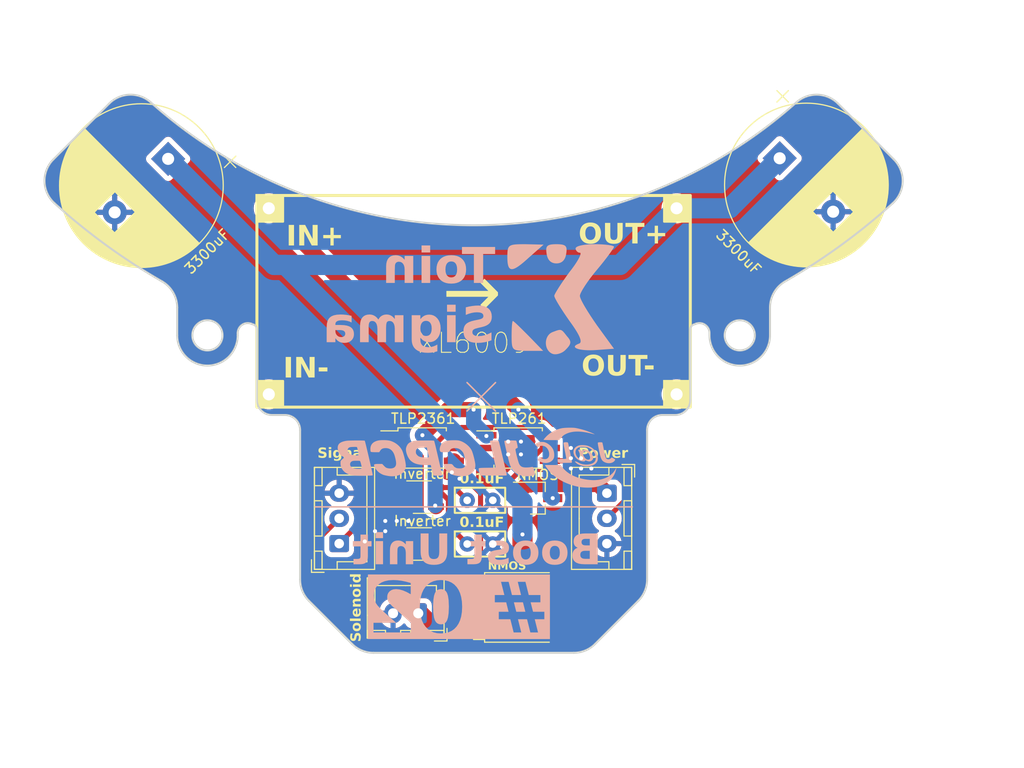
<source format=kicad_pcb>
(kicad_pcb (version 20221018) (generator pcbnew)
  (layers (0 "F.Cu" signal) (31 "B.Cu" signal) (34 "B.Paste" user) (35 "F.Paste" user) (36 "B.SilkS" user "B.Silkscreen") (37 "F.SilkS" user "F.Silkscreen") (38 "B.Mask" user) (39 "F.Mask" user) (44 "Edge.Cuts" user))
  (net 0 "")
  (net 1 "Net-(Q2-D)")
  (net 2 "GND")
  (net 3 "+3.3V")
  (net 4 "+48V")
  (net 5 "+9V")
  (net 6 "HIGH {slash} LOW 1")
  (net 7 "HIGH {slash} LOW 2")
  (net 8 "Net-(Q1-G)")
  (net 9 "Net-(Q1-S)")
  (net 10 "Net-(Q2-G)")
  (net 11 "Net-(U1-anode)")
  (net 12 "Net-(U2-anode)")
  (footprint "@3pare:2SK4033" (layer "F.Cu") (at 153.128 145.5565)
    (fp_text reference "Q2")
    (fp_text value "NMOS")
  )
  (footprint "Connector_JST:JST_XH_B3B-XH-A_1x03_P2.50mm_Vertical" (layer "F.Cu") (at 135.255 142.835 90)
    (fp_text reference "J3")
    (fp_text value "Conn_01x03_Pin")
  )
  (footprint "Capacitor_THT:CP_Radial_D16.0mm_P7.50mm" (layer "F.Cu") (at 118.281515 104.66335 -135)
    (fp_text reference "3300uF")
    (fp_text value "50V3300uF")
  )
  (footprint "Package_SO:SO-6_4.4x3.6mm_P1.27mm" (layer "F.Cu") (at 153.01 133.35)
    (fp_text reference "TLP261")
    (fp_text value "TLP2361")
  )
  (footprint "Package_TO_SOT_SMD:SOT-23-5_HandSoldering" (layer "F.Cu") (at 143.51 138.225)
    (fp_text reference "Inverter")
    (fp_text value "~")
  )
  (footprint "Package_SO:SO-6_4.4x3.6mm_P1.27mm" (layer "F.Cu") (at 143.485 133.35)
    (fp_text reference "TLP2361")
    (fp_text value "TLP2361")
  )
  (footprint "@3pare:RPEF11H104Z2P1A01B" (layer "F.Cu") (at 149.225 138.54)
    (fp_text reference "C3")
    (fp_text value "0.1uF")
  )
  (footprint "@3pare:XL6009" (layer "F.Cu") (at 148.59 108.295)
    (fp_text reference "XL6009")
    (fp_text value "~")
  )
  (footprint "@3pare:RPEF11H104Z2P1A01B" (layer "F.Cu") (at 149.225 142.875)
    (fp_text reference "C4")
    (fp_text value "0.1uF")
  )
  (footprint "Connector_JST:JST_XH_B2B-XH-A_1x02_P2.50mm_Vertical" (layer "F.Cu") (at 143.1 149.75 180)
    (fp_text reference "J1")
    (fp_text value "Conn_01x02_Pin")
  )
  (footprint "Package_TO_SOT_SMD:SOT-23_Handsoldering" (layer "F.Cu") (at 154.94 138.325)
    (fp_text reference "NMOS")
    (fp_text value "NMOS")
  )
  (footprint "Capacitor_THT:CP_Radial_D16.0mm_P7.50mm" (layer "F.Cu") (at 178.95835 104.603485 -45)
    (fp_text reference "3300uF")
    (fp_text value "50V3300uF")
  )
  (footprint "Connector_JST:JST_XH_B3B-XH-A_1x03_P2.50mm_Vertical" (layer "F.Cu") (at 161.815 137.835 -90)
    (fp_text reference "J2")
    (fp_text value "Conn_01x03_Pin")
  )
  (footprint "Package_TO_SOT_SMD:SOT-23-5_HandSoldering" (layer "F.Cu") (at 143.51 142.875)
    (fp_text reference "Inverter")
    (fp_text value "~")
  )
  (gr_poly (pts (xy 157.723437 132.775811) (xy 157.686384 132.77777) (xy 157.65058 132.781316) (xy 157.616948 132.786422) (xy 157.586405 132.793064) (xy 157.559873 132.801214) (xy 157.548398 132.805847) (xy 157.53827 132.810847) (xy 157.529605 132.816212) (xy 157.522518 132.821938) (xy 157.517123 132.828022) (xy 157.513535 132.83446) (xy 157.512325 132.843488) (xy 157.512625 132.85972) (xy 157.517503 132.912181) (xy 157.527673 132.988621) (xy 157.542639 133.085814) (xy 157.584972 133.329562) (xy 157.640534 133.617627) (xy 157.741958 134.14547) (xy 157.773488 134.315631) (xy 157.782142 134.366418) (xy 157.785174 134.39021) (xy 157.78375 134.395959) (xy 157.779406 134.40131) (xy 157.772035 134.406279) (xy 157.761526 134.410881) (xy 157.747773 134.415131) (xy 157.730665 134.419046) (xy 157.685955 134.425929) (xy 157.626527 134.431655) (xy 157.551513 134.436347) (xy 157.460046 134.44013) (xy 157.351257 134.443127) (xy 156.920868 134.45371) (xy 156.927923 134.559543) (xy 156.933987 134.652954) (xy 156.937597 134.69007) (xy 156.943358 134.721435) (xy 156.95259 134.747529) (xy 156.958923 134.75875) (xy 156.966619 134.768833) (xy 156.975845 134.777839) (xy 156.986766 134.785827) (xy 156.999547 134.792858) (xy 157.014354 134.798991) (xy 157.050707 134.808807) (xy 157.097147 134.815755) (xy 157.154997 134.820316) (xy 157.22558 134.822969) (xy 157.410237 134.824478) (xy 157.661701 134.824127) (xy 157.770584 134.824036) (xy 157.867498 134.823727) (xy 157.953125 134.82315) (xy 158.028149 134.822253) (xy 158.093251 134.820983) (xy 158.122295 134.820193) (xy 158.149113 134.81929) (xy 158.173793 134.818268) (xy 158.196418 134.817121) (xy 158.217074 134.815842) (xy 158.235847 134.814425) (xy 158.252822 134.812864) (xy 158.268083 134.811151) (xy 158.281716 134.80928) (xy 158.293807 134.807246) (xy 158.304441 134.805041) (xy 158.313703 134.802659) (xy 158.321678 134.800093) (xy 158.325209 134.79874) (xy 158.328451 134.797338) (xy 158.331414 134.795887) (xy 158.334109 134.794386) (xy 158.336545 134.792834) (xy 158.338735 134.791231) (xy 158.340688 134.789576) (xy 158.342416 134.787867) (xy 158.343928 134.786105) (xy 158.345236 134.784288) (xy 158.34635 134.782415) (xy 158.347281 134.780486) (xy 158.348039 134.7785) (xy 158.348636 134.776455) (xy 158.349082 134.774352) (xy 158.349387 134.77219) (xy 158.349618 134.767682) (xy 158.333943 134.650294) (xy 158.292347 134.417275) (xy 158.163969 133.763589) (xy 158.029638 133.125116) (xy 157.9806 132.911113) (xy 157.954507 132.820349) (xy 157.948356 132.814292) (xy 157.940563 132.808686) (xy 157.931243 132.803529) (xy 157.920511 132.798817) (xy 157.908481 132.794547) (xy 157.89527 132.790715) (xy 157.865761 132.784355) (xy 157.832903 132.77971) (xy 157.797617 132.776755) (xy 157.760822 132.775464)) (fill solid) (layer "B.SilkS"))
  (gr_poly (pts (xy 150.632604 132.597658) (xy 150.556402 132.599288) (xy 150.482701 132.602516) (xy 150.413671 132.607324) (xy 150.351484 132.613698) (xy 150.298309 132.621623) (xy 150.256317 132.631082) (xy 150.240192 132.636383) (xy 150.227678 132.642061) (xy 150.219044 132.648115) (xy 150.214562 132.654543) (xy 150.216526 132.689553) (xy 150.22961 132.769913) (xy 150.284677 133.045686) (xy 150.370832 133.43986) (xy 150.479146 133.910432) (xy 150.590656 134.386131) (xy 150.63895 134.599631) (xy 150.68067 134.789731) (xy 150.714618 134.951058) (xy 150.739595 135.078237) (xy 150.754402 135.165894) (xy 150.757617 135.193222) (xy 150.75784 135.208654) (xy 150.747257 135.300377) (xy 149.949978 135.31096) (xy 149.735928 135.31382) (xy 149.559828 135.317299) (xy 149.484951 135.319362) (xy 149.41829 135.321688) (xy 149.359422 135.324314) (xy 149.307923 135.327276) (xy 149.26337 135.33061) (xy 149.225338 135.334352) (xy 149.193403 135.338539) (xy 149.167143 135.343206) (xy 149.156009 135.345731) (xy 149.146133 135.34839) (xy 149.137465 135.351187) (xy 149.12995 135.354127) (xy 149.123536 135.357214) (xy 149.11817 135.360453) (xy 149.113798 135.363848) (xy 149.110368 135.367404) (xy 149.104913 135.374744) (xy 149.10046 135.383624) (xy 149.09702 135.394178) (xy 149.094603 135.406541) (xy 149.09322 135.420846) (xy 149.09288 135.43723) (xy 149.093595 135.455825) (xy 149.095375 135.476766) (xy 149.098229 135.500187) (xy 149.102168 135.526223) (xy 149.113344 135.586678) (xy 149.128985 135.659204) (xy 149.149173 135.744877) (xy 149.230313 136.076488) (xy 150.546173 136.087071) (xy 150.914709 136.089021) (xy 151.210443 136.089442) (xy 151.333373 136.089013) (xy 151.440941 136.088126) (xy 151.53409 136.086752) (xy 151.613767 136.084866) (xy 151.680918 136.082444) (xy 151.736489 136.079458) (xy 151.781424 136.075882) (xy 151.81667 136.071692) (xy 151.830955 136.069359) (xy 151.843172 136.066861) (xy 151.85344 136.064198) (xy 151.861876 136.061364) (xy 151.8686 136.058357) (xy 151.873728 136.055174) (xy 151.87738 136.051811) (xy 151.879674 136.048266) (xy 151.880517 136.038505) (xy 151.87915 136.020119) (xy 151.870192 135.959354) (xy 151.853628 135.869734) (xy 151.830284 135.755019) (xy 151.766564 135.465355) (xy 151.685646 135.12046) (xy 151.290535 133.465932) (xy 151.253645 133.30907) (xy 151.217664 133.16089) (xy 151.183502 133.024781) (xy 151.152069 132.904134) (xy 151.124274 132.802338) (xy 151.101026 132.722784) (xy 151.083236 132.668861) (xy 151.076671 132.652571) (xy 151.071811 132.64396) (xy 151.064767 132.637893) (xy 151.053735 132.632258) (xy 151.020797 132.622277) (xy 150.975166 132.614001) (xy 150.919015 132.607415) (xy 150.854512 132.602503) (xy 150.783829 132.59925) (xy 150.709136 132.59764)) (fill solid) (layer "B.SilkS"))
  (gr_poly (pts (xy 155.331604 132.747589) (xy 155.287715 132.748559) (xy 155.244416 132.750475) (xy 155.202294 132.753332) (xy 155.16194 132.757125) (xy 155.123942 132.761847) (xy 155.08889 132.767494) (xy 155.057372 132.774061) (xy 155.029979 132.781543) (xy 155.016976 132.786536) (xy 155.003183 132.792216) (xy 154.9737 132.805411) (xy 154.942481 132.820673) (xy 154.910476 132.837547) (xy 154.878636 132.855578) (xy 154.847913 132.874313) (xy 154.833267 132.883802) (xy 154.819256 132.893295) (xy 154.806 132.902737) (xy 154.793618 132.912071) (xy 154.673674 132.996738) (xy 154.807729 133.134321) (xy 154.821606 133.148656) (xy 154.8354 133.162516) (xy 154.849029 133.175838) (xy 154.86241 133.188561) (xy 154.87546 133.200622) (xy 154.888096 133.21196) (xy 154.900237 133.222512) (xy 154.911798 133.232217) (xy 154.922699 133.241012) (xy 154.932855 133.248836) (xy 154.942184 133.255627) (xy 154.950604 133.261321) (xy 154.958032 133.265858) (xy 154.964385 133.269176) (xy 154.967132 133.270358) (xy 154.96958 133.271212) (xy 154.971718 133.27173) (xy 154.973535 133.271905) (xy 154.977246 133.271539) (xy 154.981727 133.270465) (xy 154.986921 133.268719) (xy 154.992772 133.266337) (xy 154.999222 133.263356) (xy 155.006215 133.259812) (xy 155.013693 133.255741) (xy 155.0216 133.251179) (xy 155.038475 133.240726) (xy 155.056382 133.228744) (xy 155.074869 133.215522) (xy 155.093479 133.201349) (xy 155.105161 133.192698) (xy 155.117688 133.184606) (xy 155.145107 133.170095) (xy 155.175388 133.157817) (xy 155.208187 133.147771) (xy 155.243155 133.139957) (xy 155.279948 133.134376) (xy 155.318219 133.131028) (xy 155.357621 133.129911) (xy 155.397809 133.131028) (xy 155.438436 133.134376) (xy 155.479156 133.139957) (xy 155.519623 133.147771) (xy 155.559491 133.157817) (xy 155.598413 133.170095) (xy 155.636042 133.184606) (xy 155.672034 133.201349) (xy 155.721202 133.229732) (xy 155.768049 133.263051) (xy 155.812406 133.300948) (xy 155.854101 133.343066) (xy 155.892964 133.389051) (xy 155.928825 133.438544) (xy 155.961513 133.491189) (xy 155.990857 133.54663) (xy 156.016688 133.60451) (xy 156.038834 133.664473) (xy 156.057125 133.726162) (xy 156.07139 133.78922) (xy 156.081459 133.853291) (xy 156.087162 133.918018) (xy 156.088327 133.983045) (xy 156.084784 134.048016) (xy 156.080245 134.083649) (xy 156.073932 134.117775) (xy 156.065894 134.150375) (xy 156.056176 134.18143) (xy 156.044826 134.210923) (xy 156.031889 134.238833) (xy 156.017411 134.265143) (xy 156.001441 134.289834) (xy 155.984023 134.312886) (xy 155.965205 134.334282) (xy 155.945033 134.354001) (xy 155.923554 134.372027) (xy 155.900814 134.388339) (xy 155.876859 134.40292) (xy 155.851737 134.41575) (xy 155.825493 134.426811) (xy 155.798174 134.436084) (xy 155.769827 134.44355) (xy 155.740498 134.44919) (xy 155.710234 134.452987) (xy 155.679081 134.45492) (xy 155.647085 134.454972) (xy 155.614294 134.453123) (xy 155.580753 134.449356) (xy 155.54651 134.44365) (xy 155.51161 134.435988) (xy 155.476101 134.42635) (xy 155.440028 134.414719) (xy 155.403438 134.401074) (xy 155.366379 134.385398) (xy 155.328895 134.367672) (xy 155.291034 134.347877) (xy 155.13934 134.266738) (xy 155.033507 134.393738) (xy 155.020855 134.409281) (xy 155.00935 134.424158) (xy 154.998982 134.438363) (xy 154.98974 134.451891) (xy 154.981615 134.464737) (xy 154.974596 134.476895) (xy 154.971497 134.482715) (xy 154.968672 134.488362) (xy 154.966118 134.493833) (xy 154.963833 134.49913) (xy 154.961818 134.504251) (xy 154.960069 134.509196) (xy 154.958587 134.513963) (xy 154.95737 134.518554) (xy 154.956417 134.522965) (xy 154.955725 134.527198) (xy 154.955295 134.531251) (xy 154.955124 134.535124) (xy 154.955212 134.538817) (xy 154.955556 134.542327) (xy 154.956157 134.545656) (xy 154.957012 134.548801) (xy 154.95812 134.551764) (xy 154.95948 134.554542) (xy 154.961091 134.557135) (xy 154.962951 134.559543) (xy 154.978863 134.576039) (xy 154.999793 134.593615) (xy 155.025219 134.612029) (xy 155.054618 134.631036) (xy 155.08747 134.650395) (xy 155.123251 134.669862) (xy 155.161441 134.689195) (xy 155.201517 134.708151) (xy 155.242957 134.726487) (xy 155.28524 134.743959) (xy 155.327843 134.760326) (xy 155.370244 134.775344) (xy 155.411922 134.788771) (xy 155.452354 134.800363) (xy 155.49102 134.809877) (xy 155.527395 134.817071) (xy 155.569618 134.823906) (xy 155.611592 134.829208) (xy 155.653273 134.832997) (xy 155.69462 134.835289) (xy 155.73559 134.836103) (xy 155.77614 134.835458) (xy 155.816227 134.83337) (xy 155.85581 134.829859) (xy 155.894844 134.824943) (xy 155.933288 134.818639) (xy 155.971099 134.810965) (xy 156.008234 134.80194) (xy 156.044651 134.791582) (xy 156.080307 134.779909) (xy 156.11516 134.766939) (xy 156.149166 134.752689) (xy 156.182284 134.737179) (xy 156.21447 134.720426) (xy 156.245682 134.702448) (xy 156.275877 134.683264) (xy 156.305013 134.662891) (xy 156.333047 134.641347) (xy 156.359936 134.618651) (xy 156.385638 134.594821) (xy 156.41011 134.569875) (xy 156.433309 134.54383) (xy 156.455194 134.516706) (xy 156.47572 134.488519) (xy 156.494846 134.459289) (xy 156.512529 134.429033) (xy 156.528727 134.397769) (xy 156.543396 134.365516) (xy 156.556255 134.329083) (xy 156.567063 134.288862) (xy 156.575836 134.245283) (xy 156.582587 134.198773) (xy 156.587334 134.149762) (xy 156.59009 134.098679) (xy 156.590873 134.045953) (xy 156.589698 133.992012) (xy 156.586579 133.937286) (xy 156.581533 133.882203) (xy 156.574575 133.827193) (xy 156.56572 133.772684) (xy 156.554984 133.719105) (xy 156.542383 133.666885) (xy 156.527932 133.616453) (xy 156.511646 133.568238) (xy 156.484534 133.503707) (xy 156.452342 133.439936) (xy 156.415365 133.377188) (xy 156.373897 133.315726) (xy 156.328233 133.255815) (xy 156.278668 133.197718) (xy 156.225495 133.141698) (xy 156.16901 133.088019) (xy 156.109507 133.036945) (xy 156.047281 132.988738) (xy 155.982626 132.943664) (xy 155.915837 132.901984) (xy 155.847208 132.863963) (xy 155.777034 132.829864) (xy 155.705609 132.799951) (xy 155.633229 132.774488) (xy 155.605835 132.767707) (xy 155.574318 132.761913) (xy 155.539266 132.757101) (xy 155.501268 132.753266) (xy 155.460914 132.750402) (xy 155.418793 132.748505) (xy 155.375493 132.747569)) (fill solid) (layer "B.SilkS"))
  (gr_poly (pts (xy 160.420781 113.131105) (xy 160.23087 113.136914) (xy 160.047781 113.146443) (xy 159.872443 113.159568) (xy 159.705786 113.176167) (xy 159.548742 113.196114) (xy 159.402239 113.219285) (xy 159.267208 113.245558) (xy 159.14458 113.274806) (xy 159.035284 113.306908) (xy 158.985927 113.323989) (xy 158.940251 113.341738) (xy 158.898374 113.360137) (xy 158.860411 113.379172) (xy 158.826479 113.398827) (xy 158.796694 113.419087) (xy 158.771173 113.439936) (xy 158.75003 113.461358) (xy 158.733384 113.483339) (xy 158.72135 113.505862) (xy 158.714044 113.528913) (xy 158.711583 113.552475) (xy 158.712197 113.572312) (xy 158.714012 113.592111) (xy 158.71699 113.611832) (xy 158.721092 113.631436) (xy 158.726279 113.650886) (xy 158.732512 113.670142) (xy 158.739753 113.689165) (xy 158.747963 113.707917) (xy 158.757104 113.726359) (xy 158.767135 113.744453) (xy 158.77802 113.762158) (xy 158.789718 113.779438) (xy 158.802191 113.796252) (xy 158.815401 113.812562) (xy 158.829309 113.82833) (xy 158.843875 113.843516) (xy 158.859061 113.858083) (xy 158.874829 113.87199) (xy 158.89114 113.8852) (xy 158.907954 113.897673) (xy 158.925233 113.909371) (xy 158.942939 113.920256) (xy 158.961032 113.930287) (xy 158.979474 113.939428) (xy 158.998226 113.947638) (xy 159.017249 113.954879) (xy 159.036505 113.961112) (xy 159.055955 113.966299) (xy 159.07556 113.970401) (xy 159.095281 113.973379) (xy 159.115079 113.975194) (xy 159.134917 113.975808) (xy 159.156631 113.97839) (xy 159.174191 113.98605) (xy 159.187658 113.998655) (xy 159.197094 114.016074) (xy 159.202561 114.038175) (xy 159.204122 114.064826) (xy 159.195771 114.131251) (xy 159.172537 114.214295) (xy 159.134917 114.312904) (xy 159.083406 114.426023) (xy 159.0185 114.5526) (xy 158.940696 114.691578) (xy 158.85049 114.841905) (xy 158.748377 115.002526) (xy 158.634854 115.172386) (xy 158.510417 115.350432) (xy 158.375562 115.53561) (xy 158.230786 115.726864) (xy 158.076583 115.923142) (xy 157.781986 116.332253) (xy 157.505745 116.727475) (xy 157.254308 117.098883) (xy 157.034125 117.436558) (xy 156.851645 117.730576) (xy 156.776559 117.858113) (xy 156.713318 117.971016) (xy 156.662726 118.068044) (xy 156.625592 118.147956) (xy 156.60272 118.209513) (xy 156.596884 118.233021) (xy 156.594916 118.251475) (xy 156.60272 118.301374) (xy 156.625592 118.370868) (xy 156.662726 118.458718) (xy 156.713318 118.563683) (xy 156.851645 118.819998) (xy 157.034125 119.129891) (xy 157.254308 119.483441) (xy 157.505745 119.870724) (xy 157.781986 120.281821) (xy 158.076583 120.706808) (xy 158.266112 120.96828) (xy 158.437905 121.213071) (xy 158.592087 121.441368) (xy 158.728781 121.653355) (xy 158.848112 121.849219) (xy 158.901305 121.941163) (xy 158.950204 122.029146) (xy 158.994824 122.113191) (xy 159.035181 122.193322) (xy 159.07129 122.269561) (xy 159.103167 122.341933) (xy 159.130826 122.41046) (xy 159.154285 122.475165) (xy 159.173558 122.536072) (xy 159.18866 122.593204) (xy 159.199608 122.646585) (xy 159.206416 122.696237) (xy 159.209101 122.742183) (xy 159.207677 122.784448) (xy 159.202161 122.823054) (xy 159.192567 122.858025) (xy 159.178911 122.889384) (xy 159.161209 122.917153) (xy 159.139477 122.941357) (xy 159.113729 122.962019) (xy 159.083982 122.979161) (xy 159.05025 122.992807) (xy 158.876731 123.064121) (xy 158.751519 123.13469) (xy 158.706311 123.169464) (xy 158.672319 123.203772) (xy 158.649257 123.237522) (xy 158.636838 123.27062) (xy 158.634775 123.302975) (xy 158.642781 123.334492) (xy 158.660569 123.36508) (xy 158.687853 123.394644) (xy 158.724346 123.423092) (xy 158.76976 123.45033) (xy 158.886208 123.500808) (xy 159.034902 123.545332) (xy 159.213547 123.583159) (xy 159.41985 123.613545) (xy 159.651515 123.635745) (xy 159.906249 123.649016) (xy 160.181757 123.652613) (xy 160.475744 123.645791) (xy 160.785916 123.627808) (xy 162.521583 123.500808) (xy 160.82825 121.172475) (xy 160.500249 120.696225) (xy 160.18862 120.227912) (xy 159.901795 119.779443) (xy 159.648208 119.362724) (xy 159.536515 119.169992) (xy 159.436294 118.989662) (xy 159.348599 118.823223) (xy 159.274484 118.672162) (xy 159.215005 118.537969) (xy 159.171214 118.422131) (xy 159.144167 118.326137) (xy 159.137251 118.286046) (xy 159.134917 118.251475) (xy 159.143702 118.185732) (xy 159.169478 118.10058) (xy 159.211377 117.997444) (xy 159.268531 117.877751) (xy 159.340072 117.742927) (xy 159.425132 117.594398) (xy 159.632333 117.261933) (xy 159.883191 116.891764) (xy 160.17076 116.495303) (xy 160.488095 116.083958) (xy 160.82825 115.669141) (xy 161.168405 115.260112) (xy 161.485739 114.865469) (xy 161.773309 114.495631) (xy 162.024167 114.161016) (xy 162.231368 113.872041) (xy 162.316428 113.747925) (xy 162.387969 113.639125) (xy 162.445123 113.546945) (xy 162.487022 113.472686) (xy 162.512798 113.41765) (xy 162.519369 113.397748) (xy 162.521583 113.383141) (xy 162.519122 113.371238) (xy 162.511816 113.359359) (xy 162.483136 113.335764) (xy 162.436472 113.312541) (xy 162.372755 113.289875) (xy 162.292915 113.267954) (xy 162.197882 113.246963) (xy 161.965958 113.208516) (xy 161.684425 113.176022) (xy 161.360724 113.150969) (xy 161.002296 113.134846) (xy 160.616583 113.129141)) (fill solid) (layer "B.SilkS"))
  (gr_poly (pts (xy 156.640775 113.131229) (xy 156.492143 113.137906) (xy 156.360006 113.149791) (xy 156.29991 113.157881) (xy 156.243682 113.167506) (xy 156.191237 113.178743) (xy 156.14249 113.19167) (xy 156.097354 113.206364) (xy 156.055746 113.222903) (xy 156.017579 113.241364) (xy 155.982768 113.261825) (xy 155.951229 113.284364) (xy 155.922875 113.309058) (xy 155.897622 113.335984) (xy 155.875384 113.365219) (xy 155.856077 113.396843) (xy 155.839614 113.430931) (xy 155.825911 113.467562) (xy 155.814881 113.506813) (xy 155.806441 113.548761) (xy 155.800505 113.593484) (xy 155.796987 113.64106) (xy 155.795802 113.691566) (xy 155.796866 113.74508) (xy 155.800091 113.801678) (xy 155.81269 113.924441) (xy 155.832916 114.060474) (xy 155.851757 114.176054) (xy 155.863391 114.23122) (xy 155.87649 114.284626) (xy 155.891046 114.336265) (xy 155.907051 114.386129) (xy 155.924499 114.43421) (xy 155.94338 114.4805) (xy 155.963687 114.524992) (xy 155.985413 114.567678) (xy 156.00855 114.608551) (xy 156.03309 114.647601) (xy 156.059025 114.684823) (xy 156.086348 114.720207) (xy 156.11505 114.753746) (xy 156.145125 114.785433) (xy 156.176563 114.815259) (xy 156.209358 114.843217) (xy 156.243502 114.8693) (xy 156.278987 114.893499) (xy 156.315805 114.915806) (xy 156.353949 114.936214) (xy 156.393411 114.954716) (xy 156.434182 114.971303) (xy 156.476256 114.985967) (xy 156.519624 114.998702) (xy 156.564279 115.009498) (xy 156.610213 115.018349) (xy 156.657418 115.025246) (xy 156.705887 115.030183) (xy 156.755611 115.03315) (xy 156.806584 115.034141) (xy 156.857556 115.03315) (xy 156.90728 115.030183) (xy 156.955749 115.025246) (xy 157.002954 115.018349) (xy 157.048888 115.009498) (xy 157.093543 114.998702) (xy 157.136911 114.985967) (xy 157.178984 114.971303) (xy 157.219756 114.954716) (xy 157.259217 114.936214) (xy 157.297361 114.915806) (xy 157.334179 114.893499) (xy 157.369664 114.8693) (xy 157.403808 114.843217) (xy 157.436603 114.815259) (xy 157.468042 114.785433) (xy 157.498116 114.753746) (xy 157.526818 114.720207) (xy 157.554141 114.684823) (xy 157.580076 114.647601) (xy 157.604616 114.608551) (xy 157.627753 114.567678) (xy 157.649479 114.524992) (xy 157.669786 114.4805) (xy 157.688668 114.43421) (xy 157.706115 114.386129) (xy 157.736676 114.284626) (xy 157.761409 114.176054) (xy 157.78025 114.060474) (xy 157.800476 113.924441) (xy 157.813075 113.801678) (xy 157.817364 113.691566) (xy 157.816179 113.64106) (xy 157.812661 113.593484) (xy 157.806725 113.548761) (xy 157.798285 113.506813) (xy 157.787256 113.467562) (xy 157.773553 113.430931) (xy 157.75709 113.396843) (xy 157.737782 113.365219) (xy 157.715545 113.335984) (xy 157.690292 113.309058) (xy 157.661938 113.284364) (xy 157.630399 113.261825) (xy 157.595588 113.241364) (xy 157.557421 113.222903) (xy 157.515813 113.206364) (xy 157.470677 113.19167) (xy 157.421929 113.178743) (xy 157.369484 113.167506) (xy 157.253161 113.149791) (xy 157.121024 113.137906) (xy 156.972392 113.131229) (xy 156.806584 113.129141)) (fill solid) (layer "B.SilkS"))
  (gr_poly (pts (xy 157.115401 121.634006) (xy 157.075837 121.637807) (xy 157.03397 121.644445) (xy 156.989514 121.653842) (xy 156.942182 121.665922) (xy 156.837744 121.697816) (xy 156.718361 121.739509) (xy 156.425583 121.849807) (xy 156.344844 121.884836) (xy 156.269314 121.926143) (xy 156.198992 121.973311) (xy 156.13388 122.02592) (xy 156.073977 122.083553) (xy 156.019282 122.145789) (xy 155.969797 122.212211) (xy 155.925521 122.282401) (xy 155.886453 122.355939) (xy 155.852595 122.432407) (xy 155.823945 122.511387) (xy 155.800505 122.59246) (xy 155.782273 122.675207) (xy 155.769251 122.759209) (xy 155.761438 122.844049) (xy 155.758833 122.929307) (xy 155.761438 123.014566) (xy 155.769251 123.099406) (xy 155.782273 123.183408) (xy 155.800505 123.266155) (xy 155.823945 123.347228) (xy 155.852595 123.426208) (xy 155.886453 123.502676) (xy 155.925521 123.576214) (xy 155.969797 123.646403) (xy 156.019282 123.712826) (xy 156.073977 123.775062) (xy 156.13388 123.832695) (xy 156.198992 123.885304) (xy 156.269314 123.932471) (xy 156.344844 123.973779) (xy 156.425583 124.008808) (xy 156.458183 124.019849) (xy 156.492411 124.029168) (xy 156.565316 124.042708) (xy 156.64343 124.04955) (xy 156.725885 124.049818) (xy 156.811813 124.043638) (xy 156.900345 124.031132) (xy 156.990613 124.012425) (xy 157.08175 123.987641) (xy 157.172886 123.956904) (xy 157.263155 123.920338) (xy 157.351687 123.878066) (xy 157.437614 123.830214) (xy 157.520069 123.776905) (xy 157.598183 123.718262) (xy 157.671088 123.654411) (xy 157.705316 123.620571) (xy 157.737916 123.585475) (xy 157.835151 123.485626) (xy 157.920479 123.391916) (xy 157.993901 123.303539) (xy 158.026147 123.261098) (xy 158.055417 123.219688) (xy 158.08171 123.179209) (xy 158.105026 123.139559) (xy 158.125366 123.100637) (xy 158.142729 123.062344) (xy 158.157116 123.024577) (xy 158.168526 122.987237) (xy 158.17696 122.950223) (xy 158.182417 122.913433) (xy 158.184897 122.876767) (xy 158.184401 122.840125) (xy 158.180928 122.803405) (xy 158.174479 122.766506) (xy 158.165053 122.729329) (xy 158.152651 122.691772) (xy 158.137272 122.653734) (xy 158.118917 122.615115) (xy 158.097585 122.575814) (xy 158.073276 122.53573) (xy 158.045991 122.494762) (xy 158.015729 122.45281) (xy 157.982491 122.409772) (xy 157.946276 122.365549) (xy 157.864917 122.273141) (xy 157.669373 122.022283) (xy 157.588189 121.922093) (xy 157.515005 121.837901) (xy 157.480696 121.801611) (xy 157.447526 121.769089) (xy 157.415209 121.740256) (xy 157.383457 121.715035) (xy 157.351985 121.693349) (xy 157.320505 121.67512) (xy 157.288731 121.660271) (xy 157.256375 121.648724) (xy 157.223151 121.640402) (xy 157.188772 121.635226) (xy 157.152951 121.63312)) (fill solid) (layer "B.SilkS"))
  (gr_poly (pts (xy 155.721424 135.138099) (xy 155.735962 135.163985) (xy 155.757694 135.198347) (xy 155.785544 135.239736) (xy 155.818437 135.286707) (xy 155.8553 135.337811) (xy 155.895056 135.391603) (xy 155.936631 135.446635) (xy 155.978951 135.50146) (xy 156.107657 135.655275) (xy 156.244947 135.803126) (xy 156.390639 135.944921) (xy 156.544553 136.080567) (xy 156.706508 136.20997) (xy 156.876323 136.333037) (xy 157.053817 136.449676) (xy 157.238809 136.559793) (xy 157.431118 136.663296) (xy 157.630564 136.760091) (xy 157.836966 136.850086) (xy 158.050143 136.933187) (xy 158.269913 137.009301) (xy 158.496096 137.078335) (xy 158.728512 137.140197) (xy 158.966979 137.194793) (xy 159.074831 137.215256) (xy 159.188678 137.232986) (xy 159.307485 137.247976) (xy 159.43022 137.260223) (xy 159.555849 137.26972) (xy 159.683338 137.276463) (xy 159.811654 137.280446) (xy 159.939764 137.281665) (xy 160.066633 137.280114) (xy 160.191228 137.275788) (xy 160.312516 137.268681) (xy 160.429463 137.25879) (xy 160.541036 137.246107) (xy 160.646201 137.23063) (xy 160.743925 137.212351) (xy 160.833174 137.191266) (xy 161.02451 137.136727) (xy 161.20565 137.076262) (xy 161.376652 137.009812) (xy 161.537572 136.937321) (xy 161.688466 136.858732) (xy 161.829392 136.773989) (xy 161.896134 136.729291) (xy 161.960406 136.683034) (xy 162.022214 136.63521) (xy 162.081566 136.585811) (xy 162.138468 136.534831) (xy 162.192928 136.482262) (xy 162.244952 136.428099) (xy 162.294549 136.372332) (xy 162.341724 136.314956) (xy 162.386485 136.255963) (xy 162.42884 136.195346) (xy 162.468795 136.133098) (xy 162.506357 136.069212) (xy 162.541534 136.00368) (xy 162.574332 135.936496) (xy 162.604759 135.867653) (xy 162.632822 135.797143) (xy 162.658527 135.72496) (xy 162.681883 135.651096) (xy 162.702896 135.575544) (xy 162.726991 135.479818) (xy 162.736219 135.441358) (xy 162.74352 135.409021) (xy 162.748858 135.3827) (xy 162.752195 135.362285) (xy 162.753103 135.354259) (xy 162.753496 135.347668) (xy 162.753372 135.3425) (xy 162.752726 135.338741) (xy 162.751552 135.336377) (xy 162.749846 135.335395) (xy 162.747605 135.335781) (xy 162.744823 135.337522) (xy 162.741495 135.340603) (xy 162.737618 135.345012) (xy 162.728197 135.357758) (xy 162.716522 135.375651) (xy 162.702558 135.398583) (xy 162.667618 135.459127) (xy 162.576878 135.603679) (xy 162.475499 135.738283) (xy 162.363753 135.862831) (xy 162.241914 135.977214) (xy 162.110258 136.081324) (xy 161.969056 136.175052) (xy 161.818584 136.25829) (xy 161.659114 136.330929) (xy 161.490922 136.392861) (xy 161.314281 136.443976) (xy 161.129465 136.484168) (xy 160.936747 136.513326) (xy 160.736402 136.531343) (xy 160.528703 136.53811) (xy 160.313924 136.533519) (xy 160.09234 136.51746) (xy 159.869449 136.492003) (xy 159.65329 136.459321) (xy 159.443984 136.419466) (xy 159.24165 136.372491) (xy 159.046405 136.318446) (xy 158.858369 136.257383) (xy 158.677661 136.189354) (xy 158.504399 136.114412) (xy 158.338703 136.032606) (xy 158.180691 135.94399) (xy 158.030482 135.848614) (xy 157.888196 135.74653) (xy 157.75395 135.637791) (xy 157.627863 135.522448) (xy 157.510056 135.400551) (xy 157.400646 135.272154) (xy 157.210146 135.035793) (xy 155.664979 135.035793)) (fill solid) (layer "B.SilkS"))
  (gr_poly (pts (xy 146.609862 132.578648) (xy 146.496284 132.58046) (xy 146.401474 132.58312) (xy 146.312612 132.587185) (xy 146.229362 132.592738) (xy 146.151389 132.599863) (xy 146.078355 132.608641) (xy 146.009926 132.619155) (xy 145.945766 132.631489) (xy 145.885538 132.645724) (xy 145.828906 132.661943) (xy 145.775536 132.68023) (xy 145.72509 132.700666) (xy 145.677234 132.723335) (xy 145.63163 132.748319) (xy 145.587944 132.7757) (xy 145.545838 132.805562) (xy 145.504979 132.837988) (xy 145.484106 132.856626) (xy 145.46384 132.876756) (xy 145.444208 132.898278) (xy 145.425238 132.92109) (xy 145.389397 132.970189) (xy 145.356536 133.023251) (xy 145.32688 133.079476) (xy 145.30065 133.138063) (xy 145.278068 133.19821) (xy 145.259357 133.259116) (xy 145.244739 133.319982) (xy 145.234435 133.380005) (xy 145.228669 133.438384) (xy 145.227662 133.49432) (xy 145.229013 133.521121) (xy 145.231637 133.54701) (xy 145.235562 133.571888) (xy 145.240816 133.595654) (xy 145.247426 133.618208) (xy 145.25542 133.639451) (xy 145.264826 133.659281) (xy 145.275673 133.677599) (xy 145.295599 133.705697) (xy 145.30547 133.717178) (xy 145.316022 133.727098) (xy 145.327815 133.735571) (xy 145.341406 133.742711) (xy 145.357353 133.748632) (xy 145.376215 133.753446) (xy 145.39855 133.757269) (xy 145.424915 133.760212) (xy 145.455869 133.762391) (xy 145.49197 133.763919) (xy 145.581846 133.765477) (xy 145.699006 133.765793) (xy 145.774785 133.765318) (xy 145.847504 133.763974) (xy 145.915427 133.761887) (xy 145.976819 133.759179) (xy 146.029942 133.755975) (xy 146.073061 133.752399) (xy 146.104439 133.748575) (xy 146.115183 133.746609) (xy 146.12234 133.744627) (xy 146.12849 133.742036) (xy 146.134997 133.738288) (xy 146.141804 133.733465) (xy 146.148853 133.727649) (xy 146.156089 133.720924) (xy 146.163453 133.713373) (xy 146.170891 133.705077) (xy 146.178343 133.69612) (xy 146.185754 133.686584) (xy 146.193068 133.676552) (xy 146.200226 133.666106) (xy 146.207172 133.65533) (xy 146.21385 133.644306) (xy 146.220202 133.633116) (xy 146.226171 133.621843) (xy 146.231701 133.610571) (xy 146.248419 133.57869) (xy 146.266883 133.549166) (xy 146.287186 133.521956) (xy 146.309423 133.497021) (xy 146.333685 133.474318) (xy 146.360065 133.453806) (xy 146.388658 133.435443) (xy 146.419555 133.419189) (xy 146.45285 133.405002) (xy 146.488636 133.392841) (xy 146.527006 133.382664) (xy 146.568053 133.374431) (xy 146.611869 133.368099) (xy 146.658549 133.363627) (xy 146.708184 133.360974) (xy 146.760869 133.360099) (xy 146.8144 133.361645) (xy 146.865337 133.365026) (xy 146.913897 133.370339) (xy 146.960297 133.377683) (xy 147.004754 133.387156) (xy 147.047486 133.398856) (xy 147.088708 133.412882) (xy 147.128638 133.429332) (xy 147.167494 133.448303) (xy 147.205491 133.469894) (xy 147.242848 133.494204) (xy 147.279781 133.521329) (xy 147.316508 133.55137) (xy 147.353245 133.584423) (xy 147.390209 133.620587) (xy 147.427618 133.65996) (xy 147.478674 133.718423) (xy 147.500342 133.745094) (xy 147.519891 133.77114) (xy 147.537663 133.797372) (xy 147.553998 133.824601) (xy 147.569237 133.853639) (xy 147.583722 133.885297) (xy 147.597793 133.920386) (xy 147.611793 133.959718) (xy 147.62606 134.004104) (xy 147.640938 134.054355) (xy 147.673887 134.175698) (xy 147.713368 134.330238) (xy 147.746536 134.469824) (xy 147.771838 134.597784) (xy 147.781485 134.657516) (xy 147.7891 134.714478) (xy 147.79466 134.768713) (xy 147.798145 134.820268) (xy 147.799531 134.869187) (xy 147.798798 134.915516) (xy 147.795922 134.9593) (xy 147.790882 135.000585) (xy 147.783657 135.039414) (xy 147.774224 135.075834) (xy 147.762561 135.10989) (xy 147.748646 135.141627) (xy 147.732457 135.17109) (xy 147.713972 135.198324) (xy 147.69317 135.223376) (xy 147.670028 135.246289) (xy 147.644525 135.267109) (xy 147.616638 135.285882) (xy 147.586346 135.302652) (xy 147.553626 135.317465) (xy 147.518456 135.330365) (xy 147.480815 135.341399) (xy 147.440681 135.350612) (xy 147.398031 135.358048) (xy 147.352844 135.363753) (xy 147.305098 135.367772) (xy 147.254771 135.37015) (xy 147.20184 135.370932) (xy 147.128246 135.369024) (xy 147.095405 135.367529) (xy 147.064863 135.365585) (xy 147.036368 135.363125) (xy 147.009666 135.36008) (xy 146.984503 135.356384) (xy 146.960628 135.35197) (xy 146.937786 135.346771) (xy 146.915725 135.340719) (xy 146.89419 135.333747) (xy 146.87293 135.325788) (xy 146.85169 135.316774) (xy 146.830217 135.30664) (xy 146.808259 135.295317) (xy 146.785562 135.282738) (xy 146.770527 135.274147) (xy 146.7559 135.265602) (xy 146.741759 135.25715) (xy 146.728181 135.248838) (xy 146.715244 135.240712) (xy 146.703025 135.232818) (xy 146.691602 135.225204) (xy 146.681052 135.217915) (xy 146.671453 135.210998) (xy 146.662883 135.2045) (xy 146.655418 135.198466) (xy 146.649137 135.192945) (xy 146.644116 135.187981) (xy 146.642103 135.185723) (xy 146.640435 135.183622) (xy 146.63912 135.181684) (xy 146.638169 135.179915) (xy 146.637591 135.17832) (xy 146.637396 135.176905) (xy 146.636867 135.174353) (xy 146.635315 135.17071) (xy 146.632792 135.166045) (xy 146.629348 135.160423) (xy 146.619909 135.146581) (xy 146.60741 135.12972) (xy 146.592265 135.11038) (xy 146.574888 135.089096) (xy 146.555692 135.066407) (xy 146.53509 135.042849) (xy 146.499468 135.005587) (xy 146.483698 134.990511) (xy 146.468393 134.977585) (xy 146.452882 134.966644) (xy 146.436492 134.957521) (xy 146.418551 134.950052) (xy 146.398389 134.944071) (xy 146.375333 134.939414) (xy 146.348711 134.935913) (xy 146.317851 134.933405) (xy 146.282083 134.931724) (xy 146.193131 134.930181) (xy 146.07648 134.92996) (xy 146.005596 134.930143) (xy 145.942169 134.93076) (xy 145.885801 134.931914) (xy 145.86014 134.932725) (xy 145.836094 134.933709) (xy 145.813614 134.934879) (xy 145.79265 134.936248) (xy 145.773153 134.937828) (xy 145.755072 134.939634) (xy 145.738358 134.941677) (xy 145.722961 134.943971) (xy 145.708832 134.946529) (xy 145.69592 134.949363) (xy 145.684176 134.952486) (xy 145.67355 134.955912) (xy 145.663992 134.959653) (xy 145.655454 134.963722) (xy 145.647884 134.968132) (xy 145.641233 134.972896) (xy 145.635452 134.978027) (xy 145.630491 134.983538) (xy 145.626299 134.989442) (xy 145.622828 134.995751) (xy 145.620027 135.002479) (xy 145.617847 135.009638) (xy 145.616238 135.017242) (xy 145.61515 135.025303) (xy 145.614534 135.033834) (xy 145.61434 135.042849) (xy 145.616405 135.070557) (xy 145.622429 135.101795) (xy 145.632153 135.136122) (xy 145.645318 135.173101) (xy 145.661667 135.212292) (xy 145.68094 135.253255) (xy 145.702881 135.295551) (xy 145.727229 135.338741) (xy 145.753727 135.382386) (xy 145.782116 135.426047) (xy 145.812138 135.469284) (xy 145.843535 135.511658) (xy 145.876048 135.552729) (xy 145.909419 135.592059) (xy 145.943389 135.629209) (xy 145.977701 135.663738) (xy 146.045089 135.723696) (xy 146.11381 135.779273) (xy 146.184123 135.830549) (xy 146.256285 135.877609) (xy 146.330557 135.920535) (xy 146.407194 135.95941) (xy 146.486458 135.994315) (xy 146.568604 136.025335) (xy 146.653893 136.052551) (xy 146.742582 136.076047) (xy 146.834929 136.095904) (xy 146.931194 136.112207) (xy 147.031634 136.125036) (xy 147.136508 136.134476) (xy 147.246074 136.140608) (xy 147.360591 136.143515) (xy 147.467503 136.142672) (xy 147.568812 136.138754) (xy 147.664789 136.131663) (xy 147.755702 136.121302) (xy 147.841819 136.10757) (xy 147.923409 136.090371) (xy 148.000741 136.069607) (xy 148.074083 136.045179) (xy 148.109342 136.03156) (xy 148.143705 136.016988) (xy 148.177205 136.001452) (xy 148.209875 135.984938) (xy 148.241749 135.967434) (xy 148.272861 135.948929) (xy 148.303245 135.929409) (xy 148.332934 135.908863) (xy 148.361961 135.887278) (xy 148.39036 135.864643) (xy 148.445409 135.816169) (xy 148.498349 135.763345) (xy 148.54945 135.706071) (xy 148.576401 135.672964) (xy 148.601671 135.638492) (xy 148.625237 135.602698) (xy 148.647071 135.565622) (xy 148.667148 135.527305) (xy 148.685443 135.48779) (xy 148.701928 135.447117) (xy 148.716579 135.405328) (xy 148.72937 135.362464) (xy 148.740275 135.318567) (xy 148.749267 135.273677) (xy 148.756322 135.227837) (xy 148.761413 135.181087) (xy 148.764514 135.133469) (xy 148.7656 135.085024) (xy 148.764645 135.035793) (xy 148.760796 134.974628) (xy 148.752209 134.900849) (xy 148.722698 134.722869) (xy 148.679876 134.516693) (xy 148.627504 134.297165) (xy 148.569344 134.079125) (xy 148.509158 133.877414) (xy 148.450708 133.706875) (xy 148.42331 133.637933) (xy 148.397757 133.582349) (xy 148.353271 133.501924) (xy 148.302155 133.42231) (xy 148.24489 133.343906) (xy 148.181956 133.267109) (xy 148.113833 133.192317) (xy 148.041003 133.119927) (xy 147.963946 133.050339) (xy 147.883142 132.98395) (xy 147.799072 132.921157) (xy 147.712217 132.862358) (xy 147.623057 132.807953) (xy 147.532072 132.758337) (xy 147.439745 132.71391) (xy 147.346554 132.675069) (xy 147.252981 132.642212) (xy 147.159506 132.615738) (xy 147.108436 132.604817) (xy 147.047941 132.595839) (xy 146.978184 132.588763) (xy 146.899333 132.583547) (xy 146.811552 132.58015) (xy 146.715007 132.578531)) (fill solid) (layer "B.SilkS"))
  (gr_line (start 132.868 139.192) (end 164.338 139.192) (stroke (width 0.15)) (layer "B.SilkS"))
  (gr_poly (pts (xy 157.979642 131.3378) (xy 157.786241 131.344539) (xy 157.606194 131.355329) (xy 157.451364 131.369922) (xy 157.387114 131.378568) (xy 157.333618 131.388071) (xy 157.218047 131.413939) (xy 157.104243 131.443875) (xy 156.992321 131.47781) (xy 156.882393 131.515677) (xy 156.774574 131.55741) (xy 156.668976 131.602942) (xy 156.565715 131.652204) (xy 156.464903 131.70513) (xy 156.366654 131.761653) (xy 156.271081 131.821705) (xy 156.1783 131.88522) (xy 156.088422 131.95213) (xy 156.001563 132.022367) (xy 155.917835 132.095866) (xy 155.837352 132.172558) (xy 155.760229 132.252376) (xy 155.713761 132.303281) (xy 155.67027 132.352036) (xy 155.630748 132.397484) (xy 155.596187 132.438467) (xy 155.567579 132.473827) (xy 155.555817 132.489037) (xy 155.545916 132.502408) (xy 155.537999 132.513794) (xy 155.532191 132.523051) (xy 155.528615 132.530034) (xy 155.527703 132.532628) (xy 155.527395 132.534599) (xy 155.531381 132.537862) (xy 155.543071 132.541027) (xy 155.587974 132.547001) (xy 155.658922 132.552396) (xy 155.752733 132.557088) (xy 155.996204 132.563868) (xy 156.292924 132.566349) (xy 157.061979 132.566349) (xy 157.284229 132.319405) (xy 157.315312 132.285519) (xy 157.345207 132.253865) (xy 157.37413 132.224279) (xy 157.402299 132.196594) (xy 157.429931 132.170645) (xy 157.457242 132.146268) (xy 157.484449 132.123296) (xy 157.511771 132.101564) (xy 157.539423 132.080907) (xy 157.567623 132.06116) (xy 157.596587 132.042157) (xy 157.626534 132.023733) (xy 157.657679 132.005722) (xy 157.690241 131.987959) (xy 157.724435 131.970278) (xy 157.760479 131.952515) (xy 157.877864 131.89968) (xy 157.999899 131.853614) (xy 158.126689 131.814307) (xy 158.258337 131.781749) (xy 158.394945 131.75593) (xy 158.536618 131.736839) (xy 158.683458 131.724466) (xy 158.835569 131.7188) (xy 158.993055 131.719832) (xy 159.156018 131.727551) (xy 159.324563 131.741946) (xy 159.498792 131.763008) (xy 159.678808 131.790725) (xy 159.864716 131.825088) (xy 160.056618 131.866087) (xy 160.254618 131.91371) (xy 160.321852 131.93035) (xy 160.385035 131.945626) (xy 160.442761 131.959165) (xy 160.493625 131.970596) (xy 160.53622 131.979546) (xy 160.569141 131.985644) (xy 160.581535 131.987507) (xy 160.590983 131.988517) (xy 160.59731 131.988628) (xy 160.599248 131.988332) (xy 160.60034 131.987793) (xy 160.600263 131.985489) (xy 160.596827 131.981928) (xy 160.580503 131.971298) (xy 160.514406 131.937853) (xy 160.412011 131.891675) (xy 160.283281 131.836981) (xy 160.138181 131.777987) (xy 159.986672 131.71891) (xy 159.838719 131.663968) (xy 159.704285 131.617376) (xy 159.584878 131.579246) (xy 159.450174 131.539876) (xy 159.306045 131.500671) (xy 159.158361 131.463036) (xy 159.012992 131.428379) (xy 158.875808 131.398103) (xy 158.75268 131.373615) (xy 158.649479 131.356321) (xy 158.590402 131.349701) (xy 158.521315 131.344373) (xy 158.359044 131.337469) (xy 158.174531 131.335361)) (fill solid) (layer "B.SilkS"))
  (gr_poly (pts (xy 152.48077 120.751109) (xy 152.473204 120.756945) (xy 152.458818 120.779817) (xy 152.445423 120.816951) (xy 152.433021 120.867542) (xy 152.411193 121.00587) (xy 152.393333 121.18835) (xy 152.379443 121.408532) (xy 152.369521 121.659969) (xy 152.363568 121.936211) (xy 152.361583 122.230808) (xy 152.362431 122.484643) (xy 152.366379 122.707719) (xy 152.375536 122.902023) (xy 152.39201 123.069537) (xy 152.403651 123.143868) (xy 152.417911 123.212247) (xy 152.435054 123.27492) (xy 152.455345 123.332136) (xy 152.479047 123.384143) (xy 152.506422 123.431189) (xy 152.537736 123.473523) (xy 152.57325 123.511391) (xy 152.61323 123.545043) (xy 152.657938 123.574726) (xy 152.707637 123.600688) (xy 152.762593 123.623178) (xy 152.823067 123.642443) (xy 152.889324 123.658731) (xy 152.961627 123.672291) (xy 153.04024 123.68337) (xy 153.217449 123.69908) (xy 153.423059 123.707844) (xy 153.659179 123.711648) (xy 153.927917 123.712475) (xy 155.49425 123.712475) (xy 154.054916 122.230808) (xy 153.482755 121.659969) (xy 153.228176 121.408532) (xy 153.001875 121.18835) (xy 152.809308 121.00587) (xy 152.72738 120.930784) (xy 152.655932 120.867542) (xy 152.595646 120.816951) (xy 152.547205 120.779817) (xy 152.51129 120.756945) (xy 152.498243 120.751109) (xy 152.488583 120.749142)) (fill solid) (layer "B.SilkS"))
  (gr_poly (pts (xy 152.034709 132.604955) (xy 151.850293 132.614029) (xy 151.774981 132.620109) (xy 151.715073 132.627155) (xy 151.673676 132.635121) (xy 151.66089 132.639434) (xy 151.653895 132.64396) (xy 151.648395 132.656016) (xy 151.645282 132.674428) (xy 151.64717 132.73491) (xy 151.661461 132.834584) (xy 151.690055 132.982627) (xy 151.797763 133.46053) (xy 151.985507 134.242044) (xy 152.022267 134.391324) (xy 152.057337 134.528765) (xy 152.091012 134.655096) (xy 152.123586 134.771045) (xy 152.155354 134.877341) (xy 152.186611 134.974712) (xy 152.21765 135.063887) (xy 152.248767 135.145596) (xy 152.280256 135.220565) (xy 152.312412 135.289525) (xy 152.345529 135.353203) (xy 152.379901 135.412329) (xy 152.415824 135.46763) (xy 152.453592 135.519836) (xy 152.493499 135.569676) (xy 152.53584 135.617877) (xy 152.613429 135.697374) (xy 152.695355 135.770495) (xy 152.781569 135.837228) (xy 152.872026 135.897563) (xy 152.966679 135.951491) (xy 153.065482 135.999001) (xy 153.168388 136.040082) (xy 153.27535 136.074724) (xy 153.386323 136.102917) (xy 153.501259 136.12465) (xy 153.620112 136.139914) (xy 153.742836 136.148697) (xy 153.869384 136.15099) (xy 153.999709 136.146782) (xy 154.133765 136.136062) (xy 154.271506 136.118821) (xy 154.341855 136.106632) (xy 154.40898 136.094072) (xy 154.471308 136.081428) (xy 154.527271 136.068991) (xy 154.575295 136.057051) (xy 154.59584 136.051357) (xy 154.613811 136.045895) (xy 154.629013 136.040703) (xy 154.641248 136.035815) (xy 154.650321 136.031269) (xy 154.65361 136.029135) (xy 154.656035 136.027099) (xy 154.659794 136.021048) (xy 154.662505 136.01164) (xy 154.664971 135.983629) (xy 154.663809 135.944817) (xy 154.659397 135.896957) (xy 154.652112 135.8418) (xy 154.64233 135.781098) (xy 154.616788 135.650068) (xy 154.585789 135.517879) (xy 154.569186 135.455731) (xy 154.552351 135.398548) (xy 154.53566 135.348083) (xy 154.519492 135.306089) (xy 154.504222 135.274315) (xy 154.497042 135.262809) (xy 154.490229 135.254516) (xy 154.483972 135.248894) (xy 154.477048 135.243939) (xy 154.46937 135.239656) (xy 154.460849 135.23605) (xy 154.451398 135.233126) (xy 154.44093 135.230889) (xy 154.429355 135.229345) (xy 154.416587 135.228498) (xy 154.402537 135.228355) (xy 154.387117 135.228919) (xy 154.370241 135.230196) (xy 154.351819 135.232192) (xy 154.331764 135.234911) (xy 154.309989 135.238358) (xy 154.260924 135.24746) (xy 154.216909 135.25404) (xy 154.165453 135.260414) (xy 154.108375 135.266374) (xy 154.047493 135.271714) (xy 153.984627 135.276227) (xy 153.921595 135.279706) (xy 153.860217 135.281945) (xy 153.802312 135.282738) (xy 153.735095 135.281685) (xy 153.672198 135.278452) (xy 153.613394 135.272924) (xy 153.585455 135.269265) (xy 153.558455 135.264989) (xy 153.532364 135.260082) (xy 153.507154 135.254531) (xy 153.482797 135.248321) (xy 153.459264 135.241438) (xy 153.436527 135.233868) (xy 153.414557 135.225596) (xy 153.393326 135.216608) (xy 153.372806 135.206891) (xy 153.352967 135.196429) (xy 153.333783 135.185209) (xy 153.315224 135.173216) (xy 153.297262 135.160437) (xy 153.279868 135.146857) (xy 153.263014 135.132461) (xy 153.246671 135.117236) (xy 153.230812 135.101168) (xy 153.215408 135.084241) (xy 153.20043 135.066443) (xy 153.18585 135.047758) (xy 153.171639 135.028173) (xy 153.157769 135.007673) (xy 153.144213 134.986244) (xy 153.13094 134.963873) (xy 153.117923 134.940543) (xy 153.095393 134.89131) (xy 153.069313 134.822342) (xy 153.009499 134.63721) (xy 152.944476 134.409165) (xy 152.880239 134.162227) (xy 152.822782 133.920416) (xy 152.778099 133.70775) (xy 152.762421 133.619853) (xy 152.752185 133.548249) (xy 152.74814 133.495942) (xy 152.751034 133.465932) (xy 152.754045 133.460524) (xy 152.757759 133.454908) (xy 152.762134 133.449127) (xy 152.76713 133.443222) (xy 152.772704 133.437235) (xy 152.778815 133.431206) (xy 152.785423 133.425177) (xy 152.792486 133.419189) (xy 152.799961 133.413284) (xy 152.807809 133.407503) (xy 152.815988 133.401888) (xy 152.824456 133.396479) (xy 152.833172 133.391318) (xy 152.842095 133.386447) (xy 152.851183 133.381906) (xy 152.860396 133.377738) (xy 152.869025 133.374311) (xy 152.877676 133.370662) (xy 152.886285 133.366816) (xy 152.894791 133.3628) (xy 152.903132 133.358639) (xy 152.911245 133.354359) (xy 152.919069 133.349987) (xy 152.926541 133.345547) (xy 152.9336 133.341066) (xy 152.940184 133.336569) (xy 152.94623 133.332083) (xy 152.951677 133.327632) (xy 152.956462 133.323244) (xy 152.960524 133.318944) (xy 152.962264 133.316835) (xy 152.9638 133.314757) (xy 152.965124 133.312715) (xy 152.966229 133.31071) (xy 152.967807 133.306154) (xy 152.968598 133.298569) (xy 152.967979 133.275095) (xy 152.964694 133.241854) (xy 152.959063 133.200412) (xy 152.942045 133.099188) (xy 152.919486 132.98395) (xy 152.893951 132.867223) (xy 152.868003 132.761534) (xy 152.844204 132.67941) (xy 152.833912 132.651099) (xy 152.825118 132.633377) (xy 152.819085 132.628611) (xy 152.807198 132.624232) (xy 152.767413 132.616613) (xy 152.708869 132.610471) (xy 152.634673 132.605761) (xy 152.451745 132.600448) (xy 152.243475 132.600304)) (fill solid) (layer "B.SilkS"))
  (gr_poly (pts (xy 136.652 132.604789) (xy 136.360042 132.610942) (xy 136.124886 132.620485) (xy 135.979979 132.633377) (xy 135.872912 132.652832) (xy 135.773824 132.674256) (xy 135.682508 132.697799) (xy 135.639701 132.710412) (xy 135.598758 132.723611) (xy 135.559655 132.737414) (xy 135.522367 132.751841) (xy 135.486866 132.766909) (xy 135.453127 132.782639) (xy 135.421125 132.799048) (xy 135.390833 132.816155) (xy 135.362226 132.83398) (xy 135.335277 132.85254) (xy 135.309962 132.871854) (xy 135.286254 132.891942) (xy 135.264127 132.912822) (xy 135.243555 132.934512) (xy 135.224513 132.957032) (xy 135.206975 132.9804) (xy 135.190915 133.004635) (xy 135.176307 133.029755) (xy 135.163126 133.05578) (xy 135.151344 133.082728) (xy 135.140938 133.110618) (xy 135.13188 133.139468) (xy 135.124145 133.169297) (xy 135.117707 133.200125) (xy 135.112541 133.231969) (xy 135.108619 133.264849) (xy 135.106113 133.301012) (xy 135.105185 133.337362) (xy 135.105805 133.373837) (xy 135.107937 133.410377) (xy 135.11155 133.446918) (xy 135.116611 133.483401) (xy 135.123086 133.519764) (xy 135.130943 133.555946) (xy 135.140149 133.591884) (xy 135.15067 133.627518) (xy 135.162475 133.662787) (xy 135.175529 133.697629) (xy 135.1898 133.731982) (xy 135.205256 133.765786) (xy 135.221862 133.798978) (xy 135.239587 133.831498) (xy 135.258397 133.863284) (xy 135.278259 133.894276) (xy 135.29914 133.92441) (xy 135.321008 133.953627) (xy 135.343829 133.981864) (xy 135.367571 134.009061) (xy 135.3922 134.035156) (xy 135.417684 134.060087) (xy 135.44399 134.083794) (xy 135.471084 134.106214) (xy 135.498934 134.127288) (xy 135.527507 134.146952) (xy 135.55677 134.165146) (xy 135.58669 134.181808) (xy 135.617234 134.196878) (xy 135.648369 134.210293) (xy 135.676803 134.222686) (xy 135.702546 134.234692) (xy 135.714393 134.240531) (xy 135.72555 134.246253) (xy 135.73601 134.251849) (xy 135.745768 134.257312) (xy 135.754818 134.262636) (xy 135.763155 134.267814) (xy 135.770771 134.272837) (xy 135.777663 134.2777) (xy 135.783823 134.282395) (xy 135.789246 134.286915) (xy 135.793926 134.291253) (xy 135.797858 134.295401) (xy 135.801035 134.299353) (xy 135.803452 134.303102) (xy 135.805102 134.30664) (xy 135.805981 134.30996) (xy 135.806082 134.313056) (xy 135.805839 134.314517) (xy 135.8054 134.315919) (xy 135.804763 134.317262) (xy 135.803928 134.318544) (xy 135.801661 134.320922) (xy 135.798593 134.323048) (xy 135.794718 134.324913) (xy 135.790031 134.32651) (xy 135.784525 134.327833) (xy 135.778195 134.328875) (xy 135.771034 134.329627) (xy 135.763038 134.330084) (xy 135.754201 134.330238) (xy 135.748142 134.331011) (xy 135.740621 134.333283) (xy 135.731746 134.336982) (xy 135.721625 134.342034) (xy 135.710367 134.348368) (xy 135.698081 134.355911) (xy 135.684875 134.364591) (xy 135.670858 134.374335) (xy 135.656138 134.385072) (xy 135.640824 134.396728) (xy 135.608846 134.422511) (xy 135.5924 134.436493) (xy 135.575793 134.451105) (xy 135.559135 134.466276) (xy 135.542534 134.481932) (xy 135.491147 134.531707) (xy 135.470244 134.552998) (xy 135.452245 134.572552) (xy 135.436933 134.590866) (xy 135.424092 134.608436) (xy 135.418529 134.617097) (xy 135.413503 134.625758) (xy 135.408986 134.634481) (xy 135.404951 134.643328) (xy 135.40137 134.652361) (xy 135.398217 134.661642) (xy 135.395465 134.671233) (xy 135.393086 134.681197) (xy 135.389339 134.702487) (xy 135.386761 134.72601) (xy 135.385133 134.752262) (xy 135.384239 134.781738) (xy 135.383784 134.852349) (xy 135.384454 134.893481) (xy 135.386459 134.934184) (xy 135.389787 134.974442) (xy 135.39443 135.014241) (xy 135.400377 135.053564) (xy 135.40762 135.092396) (xy 135.416148 135.130722) (xy 135.425952 135.168526) (xy 135.437022 135.205792) (xy 135.449349 135.242506) (xy 135.462922 135.278651) (xy 135.477732 135.314212) (xy 135.49377 135.349174) (xy 135.511025 135.383521) (xy 135.529488 135.417237) (xy 135.549149 135.450307) (xy 135.569999 135.482716) (xy 135.592028 135.514448) (xy 135.615226 135.545488) (xy 135.639583 135.575819) (xy 135.66509 135.605427) (xy 135.691737 135.634296) (xy 135.719515 135.662411) (xy 135.748414 135.689755) (xy 135.778423 135.716314) (xy 135.809534 135.742072) (xy 135.841736 135.767014) (xy 135.875021 135.791124) (xy 135.909378 135.814386) (xy 135.944797 135.836785) (xy 135.981269 135.858306) (xy 136.018785 135.878932) (xy 136.143628 135.940848) (xy 136.205479 135.966911) (xy 136.268761 135.989947) (xy 136.334833 136.01013) (xy 136.405055 136.027636) (xy 136.480786 136.042642) (xy 136.563385 136.055321) (xy 136.654211 136.065851) (xy 136.754622 136.074407) (xy 136.98964 136.0863) (xy 137.27931 136.092404) (xy 137.634506 136.094127) (xy 137.911423 136.093727) (xy 138.026808 136.09315) (xy 138.128064 136.092253) (xy 138.216133 136.090983) (xy 138.291955 136.08929) (xy 138.356469 136.087121) (xy 138.38478 136.085842) (xy 138.410618 136.084425) (xy 138.434098 136.082864) (xy 138.45534 136.081151) (xy 138.474461 136.07928) (xy 138.491577 136.077246) (xy 138.506808 136.075041) (xy 138.52027 136.072659) (xy 138.532081 136.070093) (xy 138.542358 136.067338) (xy 138.55122 136.064386) (xy 138.558783 136.061231) (xy 138.565165 136.057867) (xy 138.570484 136.054287) (xy 138.574857 136.050486) (xy 138.578403 136.046455) (xy 138.581237 136.042189) (xy 138.583479 136.037682) (xy 138.556614 135.880393) (xy 138.474394 135.495727) (xy 138.429387 135.297251) (xy 137.496155 135.297251) (xy 137.495837 135.305285) (xy 137.495091 135.31264) (xy 137.493918 135.319387) (xy 137.492322 135.325593) (xy 137.491366 135.328515) (xy 137.490304 135.331328) (xy 137.487868 135.336662) (xy 137.485016 135.341663) (xy 137.481751 135.3464) (xy 137.478074 135.350943) (xy 137.47399 135.35536) (xy 137.4695 135.359722) (xy 137.464606 135.364096) (xy 137.459313 135.368552) (xy 137.447534 135.377988) (xy 137.436586 135.385515) (xy 137.424775 135.392237) (xy 137.4119 135.398172) (xy 137.397759 135.403344) (xy 137.38215 135.407771) (xy 137.364872 135.411474) (xy 137.345723 135.414475) (xy 137.324503 135.416793) (xy 137.301008 135.41845) (xy 137.275038 135.419467) (xy 137.214866 135.41966) (xy 137.142374 135.417538) (xy 137.055949 135.413266) (xy 136.966477 135.406604) (xy 136.924078 135.402238) (xy 136.883226 135.397177) (xy 136.843915 135.391416) (xy 136.806136 135.38495) (xy 136.769881 135.377774) (xy 136.735143 135.369885) (xy 136.701914 135.361278) (xy 136.670186 135.351947) (xy 136.639951 135.34189) (xy 136.611202 135.3311) (xy 136.583931 135.319574) (xy 136.558131 135.307307) (xy 136.533792 135.294295) (xy 136.510909 135.280533) (xy 136.489472 135.266016) (xy 136.469475 135.250741) (xy 136.450908 135.234701) (xy 136.433766 135.217894) (xy 136.41804 135.200314) (xy 136.403721 135.181958) (xy 136.390804 135.162819) (xy 136.379278 135.142894) (xy 136.369138 135.122179) (xy 136.360375 135.100669) (xy 136.352982 135.078359) (xy 136.34695 135.055244) (xy 136.342272 135.031321) (xy 136.33894 135.006585) (xy 136.336946 134.981031) (xy 136.336284 134.954654) (xy 136.336613 134.939866) (xy 136.337594 134.925275) (xy 136.339217 134.910893) (xy 136.341472 134.896729) (xy 136.34435 134.882795) (xy 136.347841 134.869102) (xy 136.351936 134.85566) (xy 136.356624 134.842482) (xy 136.361896 134.829578) (xy 136.367742 134.816958) (xy 136.374153 134.804635) (xy 136.381119 134.792618) (xy 136.38863 134.780919) (xy 136.396676 134.769549) (xy 136.405248 134.758518) (xy 136.414337 134.747839) (xy 136.423931 134.737521) (xy 136.434023 134.727575) (xy 136.444601 134.718014) (xy 136.455657 134.708847) (xy 136.467181 134.700086) (xy 136.479162 134.691741) (xy 136.491592 134.683824) (xy 136.504461 134.676346) (xy 136.517758 134.669317) (xy 136.531475 134.662749) (xy 136.545601 134.656652) (xy 136.560127 134.651038) (xy 136.575043 134.645918) (xy 136.590339 134.641301) (xy 136.606007 134.637201) (xy 136.622035 134.633627) (xy 136.650031 134.629286) (xy 136.685604 134.625524) (xy 136.774721 134.619736) (xy 136.879879 134.616264) (xy 136.991569 134.615106) (xy 137.100282 134.616264) (xy 137.196511 134.619736) (xy 137.270746 134.625524) (xy 137.296645 134.629286) (xy 137.313479 134.633627) (xy 137.317849 134.637318) (xy 137.322974 134.644306) (xy 137.32878 134.654416) (xy 137.335196 134.667471) (xy 137.349569 134.701716) (xy 137.365513 134.745634) (xy 137.382449 134.79782) (xy 137.399798 134.856869) (xy 137.416982 134.921375) (xy 137.433423 134.989932) (xy 137.447689 135.048357) (xy 137.460074 135.099645) (xy 137.470599 135.144349) (xy 137.479284 135.183023) (xy 137.482943 135.200271) (xy 137.48615 135.216219) (xy 137.488907 135.230936) (xy 137.491217 135.24449) (xy 137.493083 135.256952) (xy 137.494507 135.26839) (xy 137.495492 135.278873) (xy 137.496041 135.28847) (xy 137.496155 135.297251) (xy 138.429387 135.297251) (xy 138.213504 134.345231) (xy 138.131023 133.996222) (xy 137.197971 133.996222) (xy 137.197832 134.004112) (xy 137.197375 134.011357) (xy 137.196603 134.017989) (xy 137.195518 134.024038) (xy 137.194123 134.029533) (xy 137.192421 134.034507) (xy 137.190414 134.038987) (xy 137.188105 134.043006) (xy 137.185495 134.046594) (xy 137.182589 134.04978) (xy 137.179388 134.052596) (xy 137.175895 134.055071) (xy 137.167041 134.060065) (xy 137.155785 134.064472) (xy 137.12663 134.071573) (xy 137.089559 134.076473) (xy 137.045698 134.079269) (xy 136.996173 134.080061) (xy 136.942111 134.078946) (xy 136.884638 134.076022) (xy 136.824881 134.071387) (xy 136.763967 134.06514) (xy 136.703021 134.057379) (xy 136.643172 134.048203) (xy 136.585544 134.037708) (xy 136.531265 134.025994) (xy 136.481461 134.013158) (xy 136.437259 133.999299) (xy 136.399785 133.984516) (xy 136.371604 133.971299) (xy 136.344624 133.956838) (xy 136.318868 133.941208) (xy 136.294357 133.924488) (xy 136.271116 133.906756) (xy 136.249165 133.888087) (xy 136.228529 133.868561) (xy 136.209229 133.848255) (xy 136.191288 133.827246) (xy 136.174729 133.805612) (xy 136.159574 133.78343) (xy 136.145846 133.760777) (xy 136.133567 133.737732) (xy 136.122761 133.714372) (xy 136.11345 133.690774) (xy 136.105655 133.667016) (xy 136.099401 133.643175) (xy 136.09471 133.619329) (xy 136.091603 133.595555) (xy 136.090104 133.571931) (xy 136.090236 133.548535) (xy 136.092021 133.525443) (xy 136.095481 133.502734) (xy 136.10064 133.480484) (xy 136.107519 133.458773) (xy 136.116142 133.437676) (xy 136.126531 133.417271) (xy 136.138708 133.397637) (xy 136.152697 133.37885) (xy 136.16852 133.360988) (xy 136.186199 133.344128) (xy 136.205757 133.328349) (xy 136.22102 133.317593) (xy 136.236583 133.307782) (xy 136.252746 133.29887) (xy 136.269807 133.290811) (xy 136.288068 133.283558) (xy 136.307827 133.277065) (xy 136.329385 133.271285) (xy 136.353041 133.266172) (xy 136.379094 133.261679) (xy 136.407846 133.257759) (xy 136.439594 133.254366) (xy 136.47464 133.251454) (xy 136.55582 133.246886) (xy 136.653785 133.243682) (xy 136.723658 133.241691) (xy 136.789438 133.240981) (xy 136.849679 133.241512) (xy 136.87727 133.242229) (xy 136.902933 133.243241) (xy 136.926488 133.244543) (xy 136.947754 133.246128) (xy 136.96655 133.247993) (xy 136.982695 133.250131) (xy 136.996008 133.252539) (xy 137.006308 133.25521) (xy 137.010271 133.256642) (xy 137.013414 133.258139) (xy 137.015713 133.259699) (xy 137.017146 133.261321) (xy 137.022865 133.275115) (xy 137.031809 133.302221) (xy 137.057716 133.390085) (xy 137.09156 133.512345) (xy 137.130034 133.656432) (xy 137.143184 133.709472) (xy 137.154866 133.757629) (xy 137.165101 133.801144) (xy 137.17391 133.840263) (xy 137.181314 133.875226) (xy 137.187332 133.906278) (xy 137.191987 133.93366) (xy 137.193809 133.946051) (xy 137.195297 133.957616) (xy 137.196455 133.968386) (xy 137.197285 133.978389) (xy 137.19779 133.987658) (xy 137.197971 133.996222) (xy 138.131023 133.996222) (xy 137.940046 133.18812) (xy 137.842115 132.795186) (xy 137.793257 132.626321) (xy 137.772001 132.62016) (xy 137.71896 132.614904) (xy 137.534241 132.607084) (xy 137.272544 132.602819) (xy 136.967316 132.602068)) (fill solid) (layer "B.SilkS"))
  (gr_poly (pts (xy 153.417229 113.129917) (xy 153.153679 113.133358) (xy 152.923368 113.141141) (xy 152.724062 113.154938) (xy 152.635339 113.164616) (xy 152.55353 113.176425) (xy 152.478357 113.190575) (xy 152.409539 113.207276) (xy 152.346799 113.226736) (xy 152.289857 113.249165) (xy 152.238433 113.274772) (xy 152.19225 113.303766) (xy 152.151028 113.336357) (xy 152.114488 113.372754) (xy 152.08235 113.413166) (xy 152.054336 113.457803) (xy 152.030167 113.506874) (xy 152.009564 113.560588) (xy 151.992247 113.619154) (xy 151.977938 113.682782) (xy 151.966357 113.751681) (xy 151.957226 113.82606) (xy 151.945196 113.992096) (xy 151.939615 114.182565) (xy 151.93825 114.399141) (xy 151.943904 114.681915) (xy 151.961649 114.926985) (xy 151.975425 115.035381) (xy 151.992666 115.134352) (xy 152.013518 115.223897) (xy 152.038131 115.304016) (xy 152.066649 115.374709) (xy 152.099222 115.435977) (xy 152.135997 115.487819) (xy 152.177119 115.530235) (xy 152.222738 115.563225) (xy 152.273 115.586789) (xy 152.328052 115.600928) (xy 152.388042 115.605641) (xy 152.453117 115.600928) (xy 152.523424 115.586789) (xy 152.599111 115.563225) (xy 152.680324 115.530235) (xy 152.767211 115.487819) (xy 152.85992 115.435977) (xy 152.958598 115.374709) (xy 153.063391 115.304016) (xy 153.291914 115.134352) (xy 153.546669 114.926985) (xy 153.828832 114.681915) (xy 154.139583 114.399141) (xy 155.536583 113.171474) (xy 153.716249 113.129141)) (fill solid) (layer "B.SilkS"))
  (gr_line (start 147.938211 126.856211) (end 150.765789 129.683789) (stroke (width 0.15)) (layer "B.SilkS"))
  (gr_line (start 147.938211 129.683789) (end 150.765789 126.856211) (stroke (width 0.15)) (layer "B.SilkS"))
  (gr_poly (pts (xy 139.514626 132.56978) (xy 139.428736 132.573368) (xy 139.346085 132.578806) (xy 139.267796 132.586105) (xy 139.19499 132.595274) (xy 139.128788 132.606324) (xy 139.070312 132.619266) (xy 138.982544 132.644277) (xy 138.900476 132.673009) (xy 138.824103 132.705462) (xy 138.78805 132.723084) (xy 138.753419 132.741635) (xy 138.720209 132.761118) (xy 138.688419 132.78153) (xy 138.658049 132.802872) (xy 138.629099 132.825145) (xy 138.601567 132.848347) (xy 138.575453 132.87248) (xy 138.550756 132.897543) (xy 138.527475 132.923537) (xy 138.505611 132.95046) (xy 138.485162 132.978314) (xy 138.466127 133.007097) (xy 138.448507 133.036811) (xy 138.4323 133.067455) (xy 138.417505 133.09903) (xy 138.404123 133.131534) (xy 138.392152 133.164969) (xy 138.381592 133.199334) (xy 138.372441 133.234629) (xy 138.364701 133.270854) (xy 138.358369 133.308009) (xy 138.353446 133.346095) (xy 138.349929 133.38511) (xy 138.347117 133.465932) (xy 138.347322 133.488319) (xy 138.347924 133.510422) (xy 138.348908 133.532122) (xy 138.350259 133.5533) (xy 138.351962 133.573837) (xy 138.354001 133.593614) (xy 138.35636 133.612513) (xy 138.359024 133.630415) (xy 138.361977 133.6472) (xy 138.365204 133.662751) (xy 138.36869 133.676947) (xy 138.372419 133.689671) (xy 138.376374 133.700803) (xy 138.380542 133.710224) (xy 138.382701 133.714256) (xy 138.384906 133.717816) (xy 138.387157 133.720889) (xy 138.389451 133.72346) (xy 138.396148 133.728586) (xy 138.40565 133.733382) (xy 138.417954 133.737847) (xy 138.433053 133.741981) (xy 138.450942 133.745784) (xy 138.471617 133.749257) (xy 138.521302 133.75521) (xy 138.582067 133.75984) (xy 138.65387 133.763148) (xy 138.736669 133.765132) (xy 138.830424 133.765793) (xy 139.229062 133.765793) (xy 139.317257 133.624682) (xy 139.340103 133.590356) (xy 139.363759 133.558764) (xy 139.388377 133.529828) (xy 139.414105 133.50347) (xy 139.441095 133.479614) (xy 139.469495 133.458181) (xy 139.499456 133.439094) (xy 139.531128 133.422276) (xy 139.56466 133.407649) (xy 139.600202 133.395136) (xy 139.637904 133.384658) (xy 139.677916 133.376139) (xy 139.720388 133.369502) (xy 139.76547 133.364667) (xy 139.813312 133.361559) (xy 139.864062 133.360099) (xy 139.906302 133.360915) (xy 139.947691 133.363362) (xy 139.988226 133.367439) (xy 140.027904 133.373142) (xy 140.066721 133.380471) (xy 140.104675 133.389423) (xy 140.141762 133.399996) (xy 140.177979 133.412189) (xy 140.213323 133.425999) (xy 140.24779 133.441425) (xy 140.281377 133.458464) (xy 140.314081 133.477115) (xy 140.345899 133.497376) (xy 140.376828 133.519244) (xy 140.406863 133.542719) (xy 140.436003 133.567797) (xy 140.464244 133.594477) (xy 140.491582 133.622757) (xy 140.518015 133.652636) (xy 140.543538 133.68411) (xy 140.56815 133.717179) (xy 140.591846 133.75184) (xy 140.63648 133.825931) (xy 140.677414 133.906368) (xy 140.714621 133.993135) (xy 140.748077 134.086217) (xy 140.777756 134.185599) (xy 140.808057 134.30093) (xy 140.834131 134.407766) (xy 140.855968 134.506541) (xy 140.873557 134.597688) (xy 140.886888 134.681641) (xy 140.891954 134.721056) (xy 140.895951 134.758835) (xy 140.898878 134.795033) (xy 140.900734 134.829704) (xy 140.901518 134.862903) (xy 140.901229 134.894682) (xy 140.899864 134.925098) (xy 140.897424 134.954203) (xy 140.893906 134.982053) (xy 140.889309 135.008701) (xy 140.883632 135.034202) (xy 140.876874 135.05861) (xy 140.869033 135.08198) (xy 140.860108 135.104365) (xy 140.850098 135.125819) (xy 140.839002 135.146398) (xy 140.826818 135.166155) (xy 140.813544 135.185145) (xy 140.799181 135.203422) (xy 140.783725 135.22104) (xy 140.767177 135.238053) (xy 140.749534 135.254516) (xy 140.722703 135.27605) (xy 140.692642 135.295657) (xy 140.659594 135.31331) (xy 140.623802 135.328985) (xy 140.585509 135.342654) (xy 140.544957 135.354292) (xy 140.502391 135.363874) (xy 140.458051 135.371373) (xy 140.412183 135.376764) (xy 140.365027 135.38002) (xy 140.316828 135.381117) (xy 140.267827 135.380027) (xy 140.218269 135.376726) (xy 140.168395 135.371187) (xy 140.118449 135.363385) (xy 140.068673 135.353293) (xy 140.040601 135.34657) (xy 140.01442 135.339527) (xy 139.989872 135.332008) (xy 139.966698 135.323859) (xy 139.944641 135.314924) (xy 139.923442 135.305048) (xy 139.902842 135.294077) (xy 139.882583 135.281856) (xy 139.862406 135.268229) (xy 139.842054 135.253041) (xy 139.821268 135.236138) (xy 139.79979 135.217364) (xy 139.777361 135.196564) (xy 139.753722 135.173583) (xy 139.728616 135.148267) (xy 139.701784 135.12046) (xy 139.521867 134.92996) (xy 139.172616 134.92996) (xy 139.087585 134.930629) (xy 139.048725 134.931472) (xy 139.012268 134.932661) (xy 138.978189 134.934202) (xy 138.946461 134.936099) (xy 138.917058 134.938358) (xy 138.889954 134.940984) (xy 138.865125 134.943983) (xy 138.842543 134.947358) (xy 138.822183 134.951116) (xy 138.80402 134.955261) (xy 138.788027 134.959799) (xy 138.774179 134.964735) (xy 138.762449 134.970074) (xy 138.752812 134.975821) (xy 138.742269 134.98405) (xy 138.733127 134.99171) (xy 138.72538 134.99906) (xy 138.719023 135.006359) (xy 138.716364 135.010069) (xy 138.714051 135.013864) (xy 138.712082 135.017775) (xy 138.710458 135.021834) (xy 138.709178 135.026074) (xy 138.70824 135.030528) (xy 138.707645 135.035227) (xy 138.707392 135.040203) (xy 138.707908 135.051119) (xy 138.709783 135.063533) (xy 138.713012 135.077705) (xy 138.717589 135.093892) (xy 138.72351 135.112352) (xy 138.730769 135.133345) (xy 138.749283 135.18396) (xy 138.778264 135.2523) (xy 138.812128 135.319587) (xy 138.850633 135.385591) (xy 138.893536 135.450087) (xy 138.940594 135.512846) (xy 138.991563 135.573642) (xy 139.046202 135.632246) (xy 139.104266 135.688432) (xy 139.165514 135.741972) (xy 139.229703 135.792639) (xy 139.296588 135.840206) (xy 139.365929 135.884444) (xy 139.437481 135.925127) (xy 139.511002 135.962028) (xy 139.586249 135.994918) (xy 139.662979 136.023571) (xy 139.713374 136.03855) (xy 139.773112 136.054109) (xy 139.83996 136.069832) (xy 139.911687 136.085307) (xy 139.98606 136.100121) (xy 140.060846 136.11386) (xy 140.133813 136.126111) (xy 140.202728 136.13646) (xy 140.289596 136.145562) (xy 140.374868 136.151724) (xy 140.458481 136.154987) (xy 140.540368 136.155387) (xy 140.620465 136.152964) (xy 140.698706 136.147754) (xy 140.775026 136.139796) (xy 140.849359 136.129129) (xy 140.921641 136.11579) (xy 140.991806 136.099817) (xy 141.059789 136.081249) (xy 141.125525 136.060124) (xy 141.188949 136.036479) (xy 141.249994 136.010353) (xy 141.308597 135.981784) (xy 141.364691 135.950811) (xy 141.418212 135.91747) (xy 141.469094 135.881801) (xy 141.517272 135.843841) (xy 141.562681 135.803629) (xy 141.605255 135.761203) (xy 141.64493 135.7166) (xy 141.68164 135.669859) (xy 141.715319 135.621019) (xy 141.745903 135.570116) (xy 141.773327 135.517189) (xy 141.797525 135.462277) (xy 141.818431 135.405418) (xy 141.835981 135.346649) (xy 141.850109 135.286008) (xy 141.860751 135.223534) (xy 141.86784 135.159266) (xy 141.868793 135.098607) (xy 141.86405 135.022585) (xy 141.85412 134.933365) (xy 141.839507 134.833111) (xy 141.798263 134.608167) (xy 141.744367 134.365075) (xy 141.681873 134.121155) (xy 141.614832 133.89373) (xy 141.580872 133.791617) (xy 141.547294 133.700123) (xy 141.514605 133.621414) (xy 141.483311 133.557654) (xy 141.437368 133.476814) (xy 141.386959 133.398422) (xy 141.332251 133.322614) (xy 141.273409 133.249525) (xy 141.210598 133.179288) (xy 141.143984 133.112038) (xy 141.073731 133.047909) (xy 141.000006 132.987036) (xy 140.922974 132.929553) (xy 140.8428 132.875594) (xy 140.759649 132.825294) (xy 140.673687 132.778787) (xy 140.58508 132.736208) (xy 140.493991 132.69769) (xy 140.400588 132.663368) (xy 140.305035 132.633377) (xy 140.248419 132.619033) (xy 140.183829 132.606436) (xy 140.112387 132.595596) (xy 140.035215 132.586523) (xy 139.953432 132.579228) (xy 139.868162 132.573721) (xy 139.691642 132.568113)) (fill solid) (layer "B.SilkS"))
  (gr_poly (pts (xy 159.346656 133.063015) (xy 159.288386 133.064804) (xy 159.232224 133.068231) (xy 159.17879 133.073332) (xy 159.128706 133.080144) (xy 159.08259 133.088702) (xy 159.041062 133.099043) (xy 159.007745 133.108847) (xy 158.975276 133.119717) (xy 158.943676 133.131627) (xy 158.912967 133.144546) (xy 158.88317 133.158448) (xy 158.854306 133.173302) (xy 158.826398 133.189082) (xy 158.799465 133.205759) (xy 158.773529 133.223303) (xy 158.748613 133.241688) (xy 158.724736 133.260883) (xy 158.70192 133.280862) (xy 158.680187 133.301595) (xy 158.659559 133.323054) (xy 158.640055 133.345211) (xy 158.621698 133.368037) (xy 158.604509 133.391503) (xy 158.588509 133.415582) (xy 158.573719 133.440245) (xy 158.560161 133.465464) (xy 158.547857 133.491209) (xy 158.536827 133.517454) (xy 158.527093 133.544168) (xy 158.518676 133.571325) (xy 158.511597 133.598895) (xy 158.505878 133.626849) (xy 158.50154 133.655161) (xy 158.498605 133.6838) (xy 158.497093 133.712739) (xy 158.497026 133.74195) (xy 158.498425 133.771403) (xy 158.501312 133.801071) (xy 158.507227 133.843139) (xy 158.515022 133.884651) (xy 158.524654 133.925566) (xy 158.53608 133.965843) (xy 158.549258 134.005444) (xy 158.564146 134.044328) (xy 158.5807 134.082454) (xy 158.598877 134.119784) (xy 158.618636 134.156276) (xy 158.639934 134.191891) (xy 158.662728 134.226589) (xy 158.686975 134.26033) (xy 158.712633 134.293073) (xy 158.739659 134.324779) (xy 158.797646 134.384918) (xy 158.860593 134.440427) (xy 158.92816 134.490986) (xy 159.000005 134.536274) (xy 159.075789 134.57597) (xy 159.115051 134.593621) (xy 159.155169 134.609754) (xy 159.196101 134.624329) (xy 159.237805 134.637306) (xy 159.280237 134.648645) (xy 159.323355 134.658306) (xy 159.367117 134.666248) (xy 159.411479 134.672432) (xy 159.438626 134.675445) (xy 159.463293 134.677848) (xy 159.485645 134.67961) (xy 159.505847 134.680701) (xy 159.515194 134.680984) (xy 159.524065 134.681088) (xy 159.532481 134.681009) (xy 159.540463 134.680742) (xy 159.548032 134.680284) (xy 159.555208 134.679631) (xy 159.562012 134.678779) (xy 159.568465 134.677724) (xy 159.574587 134.676463) (xy 159.580399 134.67499) (xy 159.585921 134.673304) (xy 159.591175 134.671399) (xy 159.596181 134.669272) (xy 159.600959 134.666919) (xy 159.605531 134.664335) (xy 159.609917 134.661518) (xy 159.614137 134.658464) (xy 159.618212 134.655167) (xy 159.622164 134.651626) (xy 159.626012 134.647835) (xy 159.629778 134.64379) (xy 159.633481 134.639489) (xy 159.637143 134.634926) (xy 159.640785 134.630099) (xy 159.648389 134.620138) (xy 159.655481 134.611427) (xy 159.662295 134.603977) (xy 159.669062 134.597798) (xy 159.672501 134.595188) (xy 159.676015 134.592901) (xy 159.679634 134.590936) (xy 159.683387 134.589295) (xy 159.687302 134.58798) (xy 159.691409 134.586992) (xy 159.695738 134.586332) (xy 159.700316 134.586002) (xy 159.705173 134.586002) (xy 159.710339 134.586334) (xy 159.72171 134.588) (xy 159.734663 134.591009) (xy 159.749429 134.595372) (xy 159.766242 134.6011) (xy 159.785334 134.608202) (xy 159.831285 134.626571) (xy 159.871482 134.641908) (xy 159.910108 134.654842) (xy 159.947247 134.665367) (xy 159.982979 134.67348) (xy 160.017389 134.679174) (xy 160.034123 134.681112) (xy 160.050558 134.682444) (xy 160.066704 134.683168) (xy 160.08257 134.683285) (xy 160.098168 134.682794) (xy 160.113507 134.681693) (xy 160.128598 134.679982) (xy 160.143452 134.677661) (xy 160.158078 134.674729) (xy 160.172487 134.671185) (xy 160.186689 134.667029) (xy 160.200695 134.66226) (xy 160.214515 134.656877) (xy 160.22816 134.65088) (xy 160.241639 134.644268) (xy 160.254962 134.63704) (xy 160.268142 134.629196) (xy 160.281187 134.620735) (xy 160.294107 134.611657) (xy 160.306914 134.60196) (xy 160.332229 134.58071) (xy 160.350394 134.564174) (xy 160.36659 134.548802) (xy 160.380916 134.534349) (xy 160.393469 134.520572) (xy 160.404348 134.50723) (xy 160.41365 134.49408) (xy 160.421475 134.480877) (xy 160.424864 134.474181) (xy 160.42792 134.46738) (xy 160.430656 134.460445) (xy 160.433083 134.453346) (xy 160.437063 134.438531) (xy 160.439958 134.422693) (xy 160.441866 134.405589) (xy 160.442885 134.386976) (xy 160.443113 134.366611) (xy 160.442649 134.344252) (xy 160.44159 134.319655) (xy 160.439953 134.29496) (xy 160.148785 134.29496) (xy 160.148154 134.323498) (xy 160.146221 134.349634) (xy 160.144747 134.361825) (xy 160.142925 134.373444) (xy 160.140745 134.384501) (xy 160.138201 134.395006) (xy 160.135285 134.404968) (xy 160.13199 134.414397) (xy 160.128307 134.423303) (xy 160.124228 134.431696) (xy 160.119746 134.439585) (xy 160.114854 134.446979) (xy 160.109543 134.453889) (xy 160.103805 134.460325) (xy 160.097634 134.466295) (xy 160.091021 134.47181) (xy 160.083958 134.476879) (xy 160.076438 134.481512) (xy 160.068452 134.485719) (xy 160.059994 134.489509) (xy 160.051055 134.492892) (xy 160.041628 134.495878) (xy 160.031705 134.498477) (xy 160.021278 134.500697) (xy 160.01034 134.502549) (xy 159.998882 134.504043) (xy 159.974377 134.505994) (xy 159.947701 134.506627) (xy 159.92701 134.505627) (xy 159.905991 134.50268) (xy 159.884709 134.497863) (xy 159.863228 134.491255) (xy 159.841612 134.482934) (xy 159.819926 134.472978) (xy 159.798235 134.461465) (xy 159.776604 134.448474) (xy 159.733778 134.418368) (xy 159.691965 134.383286) (xy 159.651681 134.343852) (xy 159.613444 134.300693) (xy 159.57777 134.254433) (xy 159.545176 134.205698) (xy 159.516179 134.155113) (xy 159.491295 134.103303) (xy 159.471041 134.050893) (xy 159.462812 134.024659) (xy 159.455935 133.99851) (xy 159.450473 133.972523) (xy 159.446492 133.946777) (xy 159.444055 133.921351) (xy 159.443229 133.896321) (xy 159.443472 133.883726) (xy 159.44418 133.871131) (xy 159.445322 133.858618) (xy 159.446867 133.846271) (xy 159.448784 133.834172) (xy 159.451043 133.822403) (xy 159.453611 133.811048) (xy 159.456458 133.800189) (xy 159.459554 133.789909) (xy 159.462866 133.78029) (xy 159.466365 133.771416) (xy 159.470018 133.763368) (xy 159.473796 133.75623) (xy 159.477666 133.750084) (xy 159.479627 133.747409) (xy 159.481599 133.745012) (xy 159.483579 133.742906) (xy 159.485562 133.741099) (xy 159.509182 133.724796) (xy 159.533667 133.711546) (xy 159.558913 133.701261) (xy 159.584815 133.693853) (xy 159.611268 133.689232) (xy 159.638165 133.687312) (xy 159.665403 133.688002) (xy 159.692874 133.691214) (xy 159.720475 133.69686) (xy 159.7481 133.704852) (xy 159.775644 133.715101) (xy 159.803 133.727518) (xy 159.830065 133.742016) (xy 159.856733 133.758504) (xy 159.882898 133.776896) (xy 159.908455 133.797102) (xy 159.933299 133.819035) (xy 159.957324 133.842604) (xy 159.980426 133.867723) (xy 160.002499 133.894302) (xy 160.023438 133.922254) (xy 160.043136 133.951488) (xy 160.061491 133.981918) (xy 160.078394 134.013454) (xy 160.093743 134.046009) (xy 160.107431 134.079493) (xy 160.119352 134.113817) (xy 160.129403 134.148895) (xy 160.137476 134.184636) (xy 160.143468 134.220953) (xy 160.147273 134.257757) (xy 160.148785 134.29496) (xy 160.439953 134.29496) (xy 160.439112 134.282284) (xy 160.434375 134.244967) (xy 160.427456 134.207779) (xy 160.418432 134.170792) (xy 160.40738 134.134082) (xy 160.394376 134.097722) (xy 160.379498 134.061788) (xy 160.362822 134.026353) (xy 160.344425 133.991491) (xy 160.324384 133.957278) (xy 160.302776 133.923787) (xy 160.279678 133.891092) (xy 160.255166 133.859267) (xy 160.229318 133.828388) (xy 160.20221 133.798528) (xy 160.17392 133.769762) (xy 160.144524 133.742164) (xy 160.114099 133.715808) (xy 160.082721 133.690768) (xy 160.050468 133.667119) (xy 160.017417 133.644935) (xy 159.983645 133.624291) (xy 159.949228 133.605259) (xy 159.914242 133.587916) (xy 159.878767 133.572335) (xy 159.842876 133.558591) (xy 159.806649 133.546757) (xy 159.770162 133.536908) (xy 159.733491 133.529119) (xy 159.696713 133.523463) (xy 159.659906 133.520015) (xy 159.623146 133.518849) (xy 159.607861 133.519175) (xy 159.592484 133.520131) (xy 159.577086 133.521686) (xy 159.56174 133.52381) (xy 159.546518 133.526471) (xy 159.531492 133.529639) (xy 159.516735 133.533282) (xy 159.502319 133.53737) (xy 159.488317 133.541871) (xy 159.4748 133.546754) (xy 159.461841 133.551989) (xy 159.449513 133.557544) (xy 159.437887 133.563389) (xy 159.427037 133.569492) (xy 159.417034 133.575822) (xy 159.407951 133.582349) (xy 159.393613 133.593511) (xy 159.380893 133.603185) (xy 159.369589 133.61137) (xy 159.364405 133.614905) (xy 159.359499 133.618068) (xy 159.354847 133.620858) (xy 159.350422 133.623277) (xy 159.346201 133.625323) (xy 159.342157 133.626997) (xy 159.338265 133.6283) (xy 159.334501 133.62923) (xy 159.330839 133.629788) (xy 159.327253 133.629974) (xy 159.32372 133.629788) (xy 159.320212 133.62923) (xy 159.316706 133.6283) (xy 159.313177 133.626997) (xy 159.309598 133.625323) (xy 159.305945 133.623277) (xy 159.302192 133.620858) (xy 159.298314 133.618068) (xy 159.294287 133.614905) (xy 159.290085 133.61137) (xy 159.281055 133.603185) (xy 159.271022 133.593511) (xy 159.259784 133.582349) (xy 159.252686 133.575822) (xy 159.244667 133.569492) (xy 159.235801 133.563389) (xy 159.22616 133.557544) (xy 159.215816 133.551989) (xy 159.204842 133.546754) (xy 159.19331 133.541871) (xy 159.181291 133.53737) (xy 159.16886 133.533282) (xy 159.156087 133.529639) (xy 159.143046 133.526471) (xy 159.129808 133.52381) (xy 159.116446 133.521686) (xy 159.103033 133.520131) (xy 159.08964 133.519175) (xy 159.07634 133.518849) (xy 158.952868 133.518849) (xy 159.146896 133.956294) (xy 159.185467 134.045776) (xy 159.22131 134.130422) (xy 159.25368 134.208371) (xy 159.281833 134.277762) (xy 159.305026 134.336735) (xy 159.322513 134.38343) (xy 159.333551 134.415986) (xy 159.336419 134.426381) (xy 159.337396 134.432543) (xy 159.337028 134.437339) (xy 159.335942 134.441804) (xy 159.334163 134.445938) (xy 159.331718 134.449741) (xy 159.328632 134.453214) (xy 159.324931 134.456356) (xy 159.320641 134.459167) (xy 159.315788 134.461648) (xy 159.310397 134.463797) (xy 159.304495 134.465616) (xy 159.291259 134.468262) (xy 159.276287 134.469585) (xy 159.259785 134.469585) (xy 159.24196 134.468262) (xy 159.223019 134.465616) (xy 159.203168 134.461648) (xy 159.182615 134.456356) (xy 159.161565 134.449741) (xy 159.140226 134.441804) (xy 159.118804 134.432543) (xy 159.097507 134.42196) (xy 159.06722 134.404891) (xy 159.037896 134.386155) (xy 159.009567 134.365843) (xy 158.982268 134.344046) (xy 158.956031 134.320853) (xy 158.930889 134.296355) (xy 158.906875 134.270643) (xy 158.884021 134.243807) (xy 158.862361 134.215938) (xy 158.841928 134.187125) (xy 158.804874 134.127032) (xy 158.773121 134.064252) (xy 158.746934 133.999509) (xy 158.726576 133.933525) (xy 158.718665 133.900294) (xy 158.712311 133.867024) (xy 158.707545 133.833806) (xy 158.704402 133.80073) (xy 158.702913 133.767887) (xy 158.703112 133.735366) (xy 158.705032 133.703259) (xy 158.708706 133.671656) (xy 158.714167 133.640647) (xy 158.721447 133.610323) (xy 158.73058 133.580774) (xy 158.741598 133.552091) (xy 158.754535 133.524363) (xy 158.769423 133.497682) (xy 158.777425 133.486164) (xy 158.786801 133.474159) (xy 158.797437 133.461762) (xy 158.809221 133.449065) (xy 158.822039 133.436161) (xy 158.835776 133.423144) (xy 158.85032 133.410106) (xy 158.865556 133.397141) (xy 158.88137 133.38434) (xy 158.89765 133.371798) (xy 158.914281 133.359608) (xy 158.93115 133.347862) (xy 158.948143 133.336653) (xy 158.965146 133.326075) (xy 158.982046 133.316221) (xy 158.998729 133.307182) (xy 159.048779 133.284775) (xy 159.072337 133.275525) (xy 159.095522 133.267495) (xy 159.118791 133.260622) (xy 159.142596 133.254844) (xy 159.167394 133.250101) (xy 159.193639 133.246328) (xy 159.221785 133.243465) (xy 159.252288 133.24145) (xy 159.285602 133.24022) (xy 159.322182 133.239714) (xy 159.406959 133.240623) (xy 159.510257 133.243682) (xy 159.616745 133.247851) (xy 159.662472 133.25031) (xy 159.704009 133.253218) (xy 159.74197 133.256726) (xy 159.776969 133.260983) (xy 159.809623 133.26614) (xy 159.840545 133.272345) (xy 159.870351 133.27975) (xy 159.899656 133.288503) (xy 159.929075 133.298755) (xy 159.959222 133.310655) (xy 159.990712 133.324353) (xy 160.024162 133.34) (xy 160.060185 133.357745) (xy 160.099396 133.377738) (xy 160.169658 133.416693) (xy 160.236173 133.459359) (xy 160.298833 133.50556) (xy 160.35753 133.555119) (xy 160.412154 133.607862) (xy 160.462598 133.663612) (xy 160.508753 133.722194) (xy 160.55051 133.783432) (xy 160.587761 133.847151) (xy 160.620398 133.913175) (xy 160.648311 133.981327) (xy 160.671392 134.051433) (xy 160.689533 134.123317) (xy 160.702625 134.196802) (xy 160.71056 134.271714) (xy 160.713229 134.347877) (xy 160.712672 134.376681) (xy 160.711002 134.404881) (xy 160.708224 134.432474) (xy 160.704341 134.459456) (xy 160.699357 134.485824) (xy 160.693277 134.511572) (xy 160.686104 134.536698) (xy 160.677841 134.561197) (xy 160.668493 134.585066) (xy 160.658065 134.6083) (xy 160.646558 134.630896) (xy 160.633978 134.65285) (xy 160.620328 134.674158) (xy 160.605613 134.694817) (xy 160.589835 134.714821) (xy 160.573 134.734168) (xy 160.55511 134.752854) (xy 160.53617 134.770874) (xy 160.516184 134.788225) (xy 160.495155 134.804903) (xy 160.473087 134.820904) (xy 160.449984 134.836224) (xy 160.425851 134.85086) (xy 160.40069 134.864806) (xy 160.347303 134.890619) (xy 160.289854 134.91363) (xy 160.228375 134.93381) (xy 160.162896 134.951127) (xy 160.085794 134.967214) (xy 160.008114 134.979776) (xy 159.930104 134.988846) (xy 159.85201 134.994452) (xy 159.774082 134.996628) (xy 159.696567 134.995403) (xy 159.619714 134.990809) (xy 159.543771 134.982877) (xy 159.468984 134.971637) (xy 159.395604 134.957121) (xy 159.323877 134.93936) (xy 159.254052 134.918385) (xy 159.186376 134.894226) (xy 159.121099 134.866915) (xy 159.058467 134.836483) (xy 158.998729 134.80296) (xy 158.978001 134.790567) (xy 158.956926 134.778562) (xy 158.935655 134.767001) (xy 158.914338 134.755941) (xy 158.893124 134.74544) (xy 158.872163 134.735553) (xy 158.851605 134.726339) (xy 158.831601 134.717853) (xy 158.812299 134.710152) (xy 158.793849 134.703294) (xy 158.776402 134.697334) (xy 158.760108 134.692331) (xy 158.745116 134.688341) (xy 158.731576 134.685421) (xy 158.719637 134.683627) (xy 158.709451 134.683016) (xy 158.617729 134.683016) (xy 158.734146 134.80296) (xy 158.766607 134.834407) (xy 158.801724 134.864571) (xy 158.879384 134.920962) (xy 158.966046 134.971958) (xy 159.060631 135.017383) (xy 159.162057 135.057062) (xy 159.269245 135.090818) (xy 159.381115 135.118477) (xy 159.496587 135.139863) (xy 159.61458 135.154799) (xy 159.734016 135.16311) (xy 159.853813 135.164621) (xy 159.972892 135.159155) (xy 160.090172 135.146538) (xy 160.204574 135.126592) (xy 160.315018 135.099144) (xy 160.420423 135.064016) (xy 160.452077 135.051566) (xy 160.482866 135.038051) (xy 160.541773 135.007936) (xy 160.597002 134.973905) (xy 160.648406 134.936189) (xy 160.695842 134.895021) (xy 160.739164 134.850633) (xy 160.778228 134.803259) (xy 160.812889 134.75313) (xy 160.843002 134.70048) (xy 160.868424 134.64554) (xy 160.87933 134.617284) (xy 160.889008 134.588543) (xy 160.897441 134.559346) (xy 160.904611 134.529723) (xy 160.910499 134.499701) (xy 160.915088 134.46931) (xy 160.918358 134.43858) (xy 160.920293 134.407539) (xy 160.920874 134.376216) (xy 160.920083 134.344641) (xy 160.917902 134.312842) (xy 160.914313 134.280849) (xy 160.896394 134.179178) (xy 160.871834 134.080654) (xy 160.840774 133.985448) (xy 160.803353 133.893731) (xy 160.759709 133.805671) (xy 160.709984 133.721441) (xy 160.654315 133.641211) (xy 160.592844 133.565151) (xy 160.525708 133.493432) (xy 160.453049 133.426224) (xy 160.375004 133.363698) (xy 160.291715 133.306025) (xy 160.20332 133.253374) (xy 160.109958 133.205917) (xy 160.011771 133.163824) (xy 159.908896 133.127266) (xy 159.863648 133.114663) (xy 159.814307 133.103336) (xy 159.761494 133.093322) (xy 159.705828 133.084657) (xy 159.64793 133.077376) (xy 159.588419 133.071517) (xy 159.527916 133.067115) (xy 159.467042 133.064207) (xy 159.406415 133.062828)) (fill solid) (layer "B.SilkS"))
  (gr_poly (pts (xy 161.126836 132.779947) (xy 161.090639 132.781116) (xy 161.055755 132.783299) (xy 161.023067 132.786504) (xy 160.993459 132.790744) (xy 160.967815 132.796027) (xy 160.947018 132.802364) (xy 160.938713 132.805931) (xy 160.931951 132.809766) (xy 160.925387 132.815297) (xy 160.920279 132.824249) (xy 160.916681 132.837066) (xy 160.914643 132.854194) (xy 160.914218 132.876075) (xy 160.915456 132.903155) (xy 160.923132 132.974689) (xy 160.938084 133.072351) (xy 160.960725 133.199695) (xy 161.030729 133.557654) (xy 161.059049 133.694897) (xy 161.085968 133.820005) (xy 161.11174 133.933662) (xy 161.136617 134.03655) (xy 161.160855 134.129351) (xy 161.184704 134.212746) (xy 161.208419 134.287419) (xy 161.232253 134.35405) (xy 161.244294 134.384564) (xy 161.256459 134.413323) (xy 161.268781 134.440413) (xy 161.281291 134.465919) (xy 161.29402 134.489927) (xy 161.307001 134.512521) (xy 161.320264 134.533787) (xy 161.333842 134.553811) (xy 161.347767 134.572677) (xy 161.362069 134.59047) (xy 161.376781 134.607277) (xy 161.391934 134.623181) (xy 161.407559 134.63827) (xy 161.42369 134.652627) (xy 161.440356 134.666338) (xy 161.45759 134.679488) (xy 161.491256 134.703105) (xy 161.526039 134.725012) (xy 161.561838 134.745213) (xy 161.59855 134.763714) (xy 161.636073 134.78052) (xy 161.674306 134.795636) (xy 161.713145 134.809067) (xy 161.75249 134.82082) (xy 161.792238 134.830897) (xy 161.832287 134.839306) (xy 161.872535 134.846051) (xy 161.91288 134.851136) (xy 161.95322 134.854569) (xy 161.993452 134.856352) (xy 162.033476 134.856493) (xy 162.073187 134.854995) (xy 162.112486 134.851864) (xy 162.151269 134.847106) (xy 162.189434 134.840724) (xy 162.22688 134.832726) (xy 162.263504 134.823115) (xy 162.299205 134.811897) (xy 162.333879 134.799077) (xy 162.367426 134.78466) (xy 162.399743 134.768651) (xy 162.430728 134.751056) (xy 162.460279 134.73188) (xy 162.488294 134.711128) (xy 162.514671 134.688804) (xy 162.539307 134.664915) (xy 162.562101 134.639465) (xy 162.582951 134.61246) (xy 162.598383 134.590618) (xy 162.611484 134.571174) (xy 162.622073 134.553797) (xy 162.62997 134.538156) (xy 162.632852 134.530884) (xy 162.634994 134.523921) (xy 162.636372 134.517227) (xy 162.636964 134.510761) (xy 162.636747 134.50448) (xy 162.635698 134.498345) (xy 162.633796 134.492312) (xy 162.631017 134.486342) (xy 162.627339 134.480392) (xy 162.62274 134.474422) (xy 162.617195 134.46839) (xy 162.610684 134.462254) (xy 162.603184 134.455973) (xy 162.594671 134.449507) (xy 162.574518 134.435851) (xy 162.550045 134.420954) (xy 162.521071 134.404487) (xy 162.448896 134.365516) (xy 162.300729 134.280849) (xy 162.201951 134.376099) (xy 162.191165 134.386083) (xy 162.179991 134.395528) (xy 162.168451 134.404432) (xy 162.156573 134.412796) (xy 162.144378 134.420617) (xy 162.131894 134.427894) (xy 162.10615 134.440812) (xy 162.079538 134.451538) (xy 162.052255 134.460063) (xy 162.024496 134.466376) (xy 161.996458 134.470467) (xy 161.968338 134.472326) (xy 161.940331 134.471942) (xy 161.912634 134.469304) (xy 161.885444 134.464404) (xy 161.858956 134.457229) (xy 161.846037 134.452786) (xy 161.833367 134.447771) (xy 161.820972 134.442182) (xy 161.808875 134.436018) (xy 161.7971 134.429278) (xy 161.785674 134.42196) (xy 161.768978 134.408315) (xy 161.753145 134.392008) (xy 161.737963 134.372281) (xy 161.723221 134.348373) (xy 161.708706 134.319524) (xy 161.694206 134.284976) (xy 161.67951 134.243968) (xy 161.664406 134.195741) (xy 161.632126 134.074591) (xy 161.59567 133.915448) (xy 161.553343 133.712236) (xy 161.503451 133.458877) (xy 161.479742 133.334626) (xy 161.456653 133.21761) (xy 161.434804 133.110433) (xy 161.414816 133.0157) (xy 161.397308 132.936015) (xy 161.382901 132.873982) (xy 161.372214 132.832207) (xy 161.36846 132.81973) (xy 161.365868 132.813293) (xy 161.362631 132.809439) (xy 161.357623 132.805812) (xy 161.350955 132.802416) (xy 161.342738 132.799251) (xy 161.322095 132.79362) (xy 161.29658 132.78893) (xy 161.267076 132.78519) (xy 161.234465 132.782412) (xy 161.199633 132.780605) (xy 161.163462 132.77978)) (fill solid) (layer "B.SilkS"))
  (gr_poly (pts (xy 143.766225 132.602949) (xy 143.422577 132.607132) (xy 143.106255 132.614911) (xy 142.854343 132.62608) (xy 142.703923 132.640432) (xy 142.658816 132.649261) (xy 142.613606 132.6598) (xy 142.568521 132.671942) (xy 142.523786 132.685577) (xy 142.47963 132.700597) (xy 142.436281 132.716893) (xy 142.393964 132.734357) (xy 142.352909 132.75288) (xy 142.313342 132.772354) (xy 142.275491 132.792671) (xy 142.239583 132.813721) (xy 142.205845 132.835397) (xy 142.174505 132.85759) (xy 142.14579 132.88019) (xy 142.119927 132.903091) (xy 142.097145 132.926182) (xy 142.075464 132.951432) (xy 142.054171 132.979354) (xy 142.033405 133.009642) (xy 142.013306 133.041993) (xy 141.994012 133.0761) (xy 141.975665 133.111659) (xy 141.958402 133.148366) (xy 141.942365 133.185915) (xy 141.927691 133.224001) (xy 141.914521 133.26232) (xy 141.902995 133.300567) (xy 141.893251 133.338436) (xy 141.88543 133.375623) (xy 141.879671 133.411824) (xy 141.876113 133.446732) (xy 141.874896 133.480043) (xy 141.877338 133.552253) (xy 141.884508 133.626942) (xy 141.896174 133.703534) (xy 141.912103 133.781448) (xy 141.932063 133.860106) (xy 141.955821 133.93893) (xy 141.983145 134.017341) (xy 142.013802 134.094759) (xy 142.04756 134.170606) (xy 142.084186 134.244303) (xy 142.123447 134.315272) (xy 142.165111 134.382934) (xy 142.208945 134.44671) (xy 142.254718 134.506021) (xy 142.302195 134.560288) (xy 142.351146 134.608933) (xy 142.414455 134.664305) (xy 142.480261 134.715393) (xy 142.548908 134.762295) (xy 142.620745 134.80511) (xy 142.696115 134.843935) (xy 142.775367 134.878869) (xy 142.858846 134.91001) (xy 142.946899 134.937457) (xy 143.039871 134.961306) (xy 143.138108 134.981657) (xy 143.241958 134.998608) (xy 143.351767 135.012256) (xy 143.467879 135.022701) (xy 143.590643 135.03004) (xy 143.720403 135.034371) (xy 143.857507 135.035793) (xy 144.337285 135.035793) (xy 144.4537 135.519099) (xy 144.476417 135.617946) (xy 144.499176 135.711914) (xy 144.521356 135.798772) (xy 144.542337 135.876287) (xy 144.561498 135.942226) (xy 144.578221 135.994357) (xy 144.585474 136.014547) (xy 144.591884 136.030448) (xy 144.597374 136.04178) (xy 144.601867 136.048266) (xy 144.607168 136.054013) (xy 144.615165 136.059352) (xy 144.625912 136.064288) (xy 144.63946 136.068826) (xy 144.65586 136.072971) (xy 144.675165 136.076729) (xy 144.722693 136.083103) (xy 144.782459 136.087988) (xy 144.854874 136.091426) (xy 144.940354 136.093459) (xy 145.039311 136.094127) (xy 145.099101 136.093997) (xy 145.152999 136.093583) (xy 145.201317 136.092848) (xy 145.244363 136.091757) (xy 145.282449 136.090273) (xy 145.315884 136.08836) (xy 145.330954 136.087231) (xy 145.344977 136.085982) (xy 145.357993 136.084607) (xy 145.37004 136.083103) (xy 145.381157 136.081464) (xy 145.391383 136.079686) (xy 145.400756 136.077765) (xy 145.409315 136.075695) (xy 145.417098 136.073474) (xy 145.424146 136.071095) (xy 145.430495 136.068555) (xy 145.436186 136.065849) (xy 145.441257 136.062973) (xy 145.445746 136.059921) (xy 145.449693 136.05669) (xy 145.453136 136.053275) (xy 145.456114 136.049671) (xy 145.458666 136.045874) (xy 145.46083 136.041879) (xy 145.462645 136.037682) (xy 145.43578 135.880248) (xy 145.353559 135.495231) (xy 145.092669 134.343908) (xy 145.059847 134.205002) (xy 144.14265 134.205002) (xy 144.142588 134.217659) (xy 144.14148 134.2292) (xy 144.139247 134.239666) (xy 144.135808 134.249099) (xy 144.131086 134.257539) (xy 144.125 134.265029) (xy 144.117471 134.271609) (xy 144.10842 134.277321) (xy 144.097766 134.282206) (xy 144.085431 134.286306) (xy 144.071336 134.289662) (xy 144.0554 134.292314) (xy 144.017689 134.295677) (xy 143.971663 134.296724) (xy 143.916687 134.295787) (xy 143.852125 134.293196) (xy 143.691701 134.284377) (xy 143.61622 134.279471) (xy 143.54691 134.273904) (xy 143.483326 134.26751) (xy 143.425023 134.260123) (xy 143.371556 134.251579) (xy 143.322483 134.241713) (xy 143.299454 134.236232) (xy 143.277357 134.230358) (xy 143.256136 134.22407) (xy 143.235735 134.217349) (xy 143.2161 134.210173) (xy 143.197173 134.202521) (xy 143.1789 134.194374) (xy 143.161225 134.185709) (xy 143.144093 134.176507) (xy 143.127448 134.166747) (xy 143.111234 134.156409) (xy 143.095397 134.14547) (xy 143.079879 134.133912) (xy 143.064627 134.121713) (xy 143.049584 134.108853) (xy 143.034694 134.09531) (xy 143.005154 134.066095) (xy 142.975563 134.033905) (xy 142.958598 134.014065) (xy 142.943365 133.995409) (xy 142.929775 133.977714) (xy 142.91774 133.960758) (xy 142.907173 133.944319) (xy 142.897986 133.928175) (xy 142.890091 133.912102) (xy 142.8834 133.89588) (xy 142.877824 133.879286) (xy 142.873278 133.862098) (xy 142.869672 133.844093) (xy 142.866918 133.825049) (xy 142.864929 133.804745) (xy 142.863618 133.782957) (xy 142.862895 133.759464) (xy 142.862674 133.734043) (xy 142.862942 133.714447) (xy 142.863749 133.695345) (xy 142.865092 133.676736) (xy 142.866973 133.658616) (xy 142.869392 133.640985) (xy 142.872347 133.623841) (xy 142.875841 133.607181) (xy 142.879871 133.591003) (xy 142.88444 133.575306) (xy 142.889545 133.560088) (xy 142.895188 133.545346) (xy 142.901369 133.531079) (xy 142.908086 133.517285) (xy 142.915342 133.503962) (xy 142.923135 133.491108) (xy 142.931465 133.47872) (xy 142.940332 133.466798) (xy 142.949737 133.45534) (xy 142.95968 133.444342) (xy 142.97016 133.433803) (xy 142.981177 133.423722) (xy 142.992732 133.414097) (xy 143.004824 133.404924) (xy 143.017454 133.396204) (xy 143.030621 133.387932) (xy 143.044326 133.380109) (xy 143.058568 133.372731) (xy 143.073348 133.365797) (xy 143.088664 133.359305) (xy 143.104519 133.353253) (xy 143.120911 133.347638) (xy 143.13784 133.34246) (xy 143.170589 133.33588) (xy 143.214624 133.329507) (xy 143.268002 133.323547) (xy 143.328781 133.318207) (xy 143.395016 133.313694) (xy 143.464765 133.310214) (xy 143.536086 133.307975) (xy 143.607034 133.307182) (xy 143.949229 133.307182) (xy 144.009201 133.578821) (xy 144.035659 133.701908) (xy 144.064763 133.833262) (xy 144.115034 134.058599) (xy 144.134031 134.142384) (xy 144.139956 134.176173) (xy 144.14265 134.205002) (xy 145.059847 134.205002) (xy 144.819212 133.186631) (xy 144.721281 132.794173) (xy 144.672423 132.626321) (xy 144.648804 132.619619) (xy 144.590298 132.61405) (xy 144.387169 132.606202) (xy 144.100116 132.60257)) (fill solid) (layer "B.SilkS"))
  (gr_circle (center 174.998175 122.170425) (end 176.498175 122.170425) (stroke (width 0.2)) (fill none) (layer "Edge.Cuts"))
  (gr_line (start 125.181825 121.955952) (end 125.181825 122.170425) (stroke (width 0.2)) (layer "Edge.Cuts"))
  (gr_arc (start 112.438842 99.175644) (mid 114.473256 98.298223) (end 116.55507 99.056351) (stroke (width 0.2)) (layer "Edge.Cuts"))
  (gr_line (start 170.642489 121.021346) (end 170.414 121.107788) (stroke (width 0.2)) (layer "Edge.Cuts"))
  (gr_line (start 177.998175 119.420355) (end 177.998175 122.170425) (stroke (width 0.2)) (layer "Edge.Cuts"))
  (gr_line (start 184.741157 99.175644) (end 190.282281 104.716769) (stroke (width 0.2)) (layer "Edge.Cuts"))
  (gr_line (start 119.181825 122.170425) (end 119.181825 119.420356) (stroke (width 0.2)) (layer "Edge.Cuts"))
  (gr_arc (start 165.803203 146.39202) (mid 165.574831 147.540063) (end 164.924524 148.51334) (stroke (width 0.2)) (layer "Edge.Cuts"))
  (gr_arc (start 160.646543 152.791321) (mid 159.673274 153.441641) (end 158.525223 153.67) (stroke (width 0.2)) (layer "Edge.Cuts"))
  (gr_arc (start 117.677587 116.819837) (mid 112.135386 113.226174) (end 107.006955 109.063291) (stroke (width 0.2)) (layer "Edge.Cuts"))
  (gr_arc (start 129.876797 130.075788) (mid 130.937457 130.515128) (end 131.376797 131.575788) (stroke (width 0.2)) (layer "Edge.Cuts"))
  (gr_arc (start 190.282281 104.716769) (mid 191.160011 106.913461) (end 190.173044 109.063291) (stroke (width 0.2)) (layer "Edge.Cuts"))
  (gr_line (start 126.765999 121.107788) (end 126.537511 121.021346) (stroke (width 0.2)) (layer "Edge.Cuts"))
  (gr_line (start 136.533457 152.791321) (end 132.255476 148.51334) (stroke (width 0.2)) (layer "Edge.Cuts"))
  (gr_arc (start 126.765999 121.107788) (mid 127.001095 121.291183) (end 127.089999 121.575788) (stroke (width 0.2)) (layer "Edge.Cuts"))
  (gr_arc (start 177.998175 122.170425) (mid 174.998175 125.170425) (end 171.998175 122.170425) (stroke (width 0.2)) (layer "Edge.Cuts"))
  (gr_arc (start 170.642489 121.021346) (mid 171.565761 121.132642) (end 171.998175 121.955952) (stroke (width 0.2)) (layer "Edge.Cuts"))
  (gr_arc (start 125.181825 121.955952) (mid 125.614236 121.132639) (end 126.537511 121.021346) (stroke (width 0.2)) (layer "Edge.Cuts"))
  (gr_arc (start 170.09 121.575788) (mid 170.178903 121.291182) (end 170.414 121.107788) (stroke (width 0.2)) (layer "Edge.Cuts"))
  (gr_arc (start 128.589999 130.075788) (mid 127.529339 129.636448) (end 127.089999 128.575788) (stroke (width 0.2)) (layer "Edge.Cuts"))
  (gr_line (start 165.803203 131.575788) (end 165.803203 146.39202) (stroke (width 0.2)) (layer "Edge.Cuts"))
  (gr_arc (start 190.173044 109.063291) (mid 185.044613 113.226174) (end 179.502413 116.819836) (stroke (width 0.2)) (layer "Edge.Cuts"))
  (gr_arc (start 177.998175 119.420355) (mid 178.401332 117.918245) (end 179.502413 116.819836) (stroke (width 0.2)) (layer "Edge.Cuts"))
  (gr_line (start 129.876797 130.075788) (end 128.589999 130.075788) (stroke (width 0.2)) (layer "Edge.Cuts"))
  (gr_line (start 158.525223 153.67) (end 138.654777 153.67) (stroke (width 0.2)) (layer "Edge.Cuts"))
  (gr_arc (start 170.09 128.575788) (mid 169.650659 129.636447) (end 168.59 130.075788) (stroke (width 0.2)) (layer "Edge.Cuts"))
  (gr_arc (start 165.803203 131.575788) (mid 166.242542 130.515128) (end 167.303203 130.075788) (stroke (width 0.2)) (layer "Edge.Cuts"))
  (gr_arc (start 125.181825 122.170425) (mid 122.181825 125.170425) (end 119.181825 122.170425) (stroke (width 0.2)) (layer "Edge.Cuts"))
  (gr_circle (center 122.181825 122.170425) (end 123.681825 122.170425) (stroke (width 0.2)) (fill none) (layer "Edge.Cuts"))
  (gr_arc (start 107.006955 109.063291) (mid 106.019985 106.913462) (end 106.897717 104.716769) (stroke (width 0.2)) (layer "Edge.Cuts"))
  (gr_line (start 106.897717 104.716769) (end 112.438842 99.175644) (stroke (width 0.2)) (layer "Edge.Cuts"))
  (gr_line (start 127.089999 128.575788) (end 127.089999 121.575788) (stroke (width 0.2)) (layer "Edge.Cuts"))
  (gr_arc (start 180.62493 99.056352) (mid 148.59 111.250861) (end 116.55507 99.056351) (stroke (width 0.2)) (layer "Edge.Cuts"))
  (gr_arc (start 132.255476 148.51334) (mid 131.605158 147.54007) (end 131.376797 146.39202) (stroke (width 0.2)) (layer "Edge.Cuts"))
  (gr_line (start 164.924524 148.51334) (end 160.646543 152.791321) (stroke (width 0.2)) (layer "Edge.Cuts"))
  (gr_arc (start 180.62493 99.056352) (mid 182.706744 98.298222) (end 184.741157 99.175644) (stroke (width 0.2)) (layer "Edge.Cuts"))
  (gr_arc (start 138.654777 153.67) (mid 137.506727 153.441639) (end 136.533457 152.791321) (stroke (width 0.2)) (layer "Edge.Cuts"))
  (gr_line (start 171.998175 122.170425) (end 171.998175 121.955952) (stroke (width 0.2)) (layer "Edge.Cuts"))
  (gr_arc (start 117.677587 116.819837) (mid 118.778678 117.918238) (end 119.181825 119.420356) (stroke (width 0.2)) (layer "Edge.Cuts"))
  (gr_line (start 170.09 121.575788) (end 170.09 128.575788) (stroke (width 0.2)) (layer "Edge.Cuts"))
  (gr_line (start 131.376797 146.39202) (end 131.376797 131.575788) (stroke (width 0.2)) (layer "Edge.Cuts"))
  (gr_line (start 168.59 130.075788) (end 167.303203 130.075788) (stroke (width 0.2)) (layer "Edge.Cuts"))
  (gr_text "Toin\nSigma" (at 150.749 123.447891) (layer "B.SilkS") (effects (font (size 3.5 3.5)) (justify left bottom mirror)))
  (gr_text "Boost Unit" (at 161.29 145.395) (layer "B.SilkS") (effects (font (size 3 3)) (justify left bottom mirror)))
  (gr_text "# 02" (at 156.083 152.5) (layer "B.SilkS" knockout) (effects (font (size 5 5)) (justify left bottom mirror)))
  (gr_text "Signal" (at 133.096 134.493) (layer "F.SilkS") (effects (font (size 1 1) (thickness 0.25) bold) (justify left bottom)))
  (gr_text "Solenoid" (at 137.55 152.6 90) (layer "F.SilkS") (effects (font (size 1 1) (thickness 0.25) bold) (justify left bottom)))
  (gr_text "Power" (at 159.004 134.493) (layer "F.SilkS") (effects (font (size 1 1) (thickness 0.25) bold) (justify left bottom)))
  (segment (start 153.44 148.3585) (end 154.25 149.1685) (width 2) (layer "F.Cu") (net 1))
  (segment (start 153.44 141.925) (end 153.44 148.3585) (width 2) (layer "F.Cu") (net 1))
  (segment (start 147.95 149.1685) (end 154.25 149.1685) (width 2) (layer "F.Cu") (net 1))
  (via (at 153.44 141.925) (size 0.8) (drill 0.4) (layers "F.Cu" "B.Cu") (net 1))
  (segment (start 178.95835 104.603485) (end 173.996835 109.565) (width 2) (layer "B.Cu") (net 1))
  (segment (start 173.996835 109.565) (end 168.73 109.565) (width 2) (layer "B.Cu") (net 1))
  (segment (start 128.807165 115.189) (end 163.106 115.189) (width 2) (layer "B.Cu") (net 1))
  (segment (start 129.918688 115.189) (end 128.807165 115.189) (width 2) (layer "B.Cu") (net 1))
  (segment (start 118.281515 104.66335) (end 128.807165 115.189) (width 2) (layer "B.Cu") (net 1))
  (segment (start 153.44 138.710312) (end 153.44 141.925) (width 2) (layer "B.Cu") (net 1))
  (segment (start 153.44 138.710312) (end 129.918688 115.189) (width 2) (layer "B.Cu") (net 1))
  (segment (start 168.73 109.565) (end 166.041663 112.253337) (width 2) (layer "B.Cu") (net 1))
  (segment (start 163.106 115.189) (end 166.041663 112.253337) (width 2) (layer "B.Cu") (net 1))
  (segment (start 146.431 135.763) (end 146.431 134.824) (width 1.5) (layer "F.Cu") (net 2))
  (segment (start 146.431 134.824) (end 146.635 134.62) (width 1.5) (layer "F.Cu") (net 2))
  (via (at 159.258 134.366) (size 0.8) (drill 0.4) (layers "F.Cu" "B.Cu") (net 2))
  (via (at 139.827 140.589) (size 0.8) (drill 0.4) (layers "F.Cu" "B.Cu") (net 2))
  (via (at 159.258 135.382) (size 0.8) (drill 0.4) (layers "F.Cu" "B.Cu") (net 2))
  (via (at 152.019 133.985) (size 0.8) (drill 0.4) (layers "F.Cu" "B.Cu") (net 2))
  (via (at 160.274 135.382) (size 0.8) (drill 0.4) (layers "F.Cu" "B.Cu") (net 2))
  (via (at 139.827 141.605) (size 0.8) (drill 0.4) (layers "F.Cu" "B.Cu") (net 2))
  (via (at 158.242 135.382) (size 0.8) (drill 0.4) (layers "F.Cu" "B.Cu") (net 2))
  (via (at 152.019 132.715) (size 0.8) (drill 0.4) (layers "F.Cu" "B.Cu") (net 2))
  (via (at 137.795 142.621) (size 0.8) (drill 0.4) (layers "F.Cu" "B.Cu") (net 2))
  (via (at 140.97 140.589) (size 0.8) (drill 0.4) (layers "F.Cu" "B.Cu") (net 2))
  (via (at 138.811 141.605) (size 0.8) (drill 0.4) (layers "F.Cu" "B.Cu") (net 2))
  (via (at 153.289 132.715) (size 0.8) (drill 0.4) (layers "F.Cu" "B.Cu") (net 2))
  (via (at 142.113 140.589) (size 0.8) (drill 0.4) (layers "F.Cu" "B.Cu") (net 2))
  (via (at 158.242 133.35) (size 0.8) (drill 0.4) (layers "F.Cu" "B.Cu") (net 2))
  (via (at 147.193 136.398) (size 0.8) (drill 0.4) (layers "F.Cu" "B.Cu") (net 2))
  (via (at 153.289 133.985) (size 0.8) (drill 0.4) (layers "F.Cu" "B.Cu") (net 2))
  (via (at 146.431 135.763) (size 0.8) (drill 0.4) (layers "F.Cu" "B.Cu") (net 2))
  (via (at 158.242 134.366) (size 0.8) (drill 0.4) (layers "F.Cu" "B.Cu") (net 2))
  (segment (start 147.405 131.31) (end 155.39 131.31) (width 0.5) (layer "F.Cu") (net 3))
  (segment (start 146.69 137.275) (end 147.955 138.54) (width 0.5) (layer "F.Cu") (net 3))
  (segment (start 144.86 132.905) (end 144.86 137.275) (width 0.5) (layer "F.Cu") (net 3))
  (segment (start 158.75 132.08) (end 156.16 132.08) (width 0.5) (layer "F.Cu") (net 3))
  (segment (start 147.005 141.925) (end 147.955 142.875) (width 0.5) (layer "F.Cu") (net 3))
  (segment (start 146.635 132.08) (end 147.405 131.31) (width 0.5) (layer "F.Cu") (net 3))
  (segment (start 145.685 132.08) (end 144.86 132.905) (width 0.5) (layer "F.Cu") (net 3))
  (segment (start 144.86 141.925) (end 147.005 141.925) (width 0.5) (layer "F.Cu") (net 3))
  (segment (start 146.09 138.505) (end 146.09 140.695) (width 0.5) (layer "F.Cu") (net 3))
  (segment (start 144.86 137.275) (end 146.09 138.505) (width 0.5) (layer "F.Cu") (net 3))
  (segment (start 146.635 132.08) (end 145.685 132.08) (width 0.5) (layer "F.Cu") (net 3))
  (segment (start 163.83 138.32) (end 163.83 137.16) (width 0.5) (layer "F.Cu") (net 3))
  (segment (start 155.39 131.31) (end 156.16 132.08) (width 0.5) (layer "F.Cu") (net 3))
  (segment (start 146.09 140.695) (end 144.86 141.925) (width 0.5) (layer "F.Cu") (net 3))
  (segment (start 161.815 140.335) (end 163.83 138.32) (width 0.5) (layer "F.Cu") (net 3))
  (segment (start 144.86 137.275) (end 146.69 137.275) (width 0.5) (layer "F.Cu") (net 3))
  (segment (start 163.83 137.16) (end 158.75 132.08) (width 0.5) (layer "F.Cu") (net 3))
  (segment (start 147.95 151.4485) (end 144.7985 151.4485) (width 2) (layer "F.Cu") (net 4))
  (segment (start 144.7985 151.4485) (end 143.1 149.75) (width 2) (layer "F.Cu") (net 4))
  (segment (start 161.815 137.835) (end 160.955 136.975) (width 1.5) (layer "F.Cu") (net 5))
  (segment (start 160.955 136.975) (end 153.84 136.975) (width 1.5) (layer "F.Cu") (net 5))
  (segment (start 153.84 136.975) (end 153.44 137.375) (width 1.5) (layer "F.Cu") (net 5))
  (segment (start 139.865 138.225) (end 135.255 142.835) (width 0.5) (layer "F.Cu") (net 6))
  (segment (start 142.16 138.225) (end 139.865 138.225) (width 0.5) (layer "F.Cu") (net 6))
  (segment (start 137.795 144.78) (end 139.7 142.875) (width 0.5) (layer "F.Cu") (net 7))
  (segment (start 133.858 144.78) (end 137.795 144.78) (width 0.5) (layer "F.Cu") (net 7))
  (segment (start 133.223 142.367) (end 133.223 144.145) (width 0.5) (layer "F.Cu") (net 7))
  (segment (start 139.7 142.875) (end 142.16 142.875) (width 0.5) (layer "F.Cu") (net 7))
  (segment (start 135.255 140.335) (end 133.223 142.367) (width 0.5) (layer "F.Cu") (net 7))
  (segment (start 133.223 144.145) (end 133.858 144.78) (width 0.5) (layer "F.Cu") (net 7))
  (segment (start 155.44 133.35) (end 156.16 133.35) (width 0.5) (layer "F.Cu") (net 8))
  (segment (start 153.09 139.275) (end 152.04 138.225) (width 0.5) (layer "F.Cu") (net 8))
  (segment (start 153.44 139.275) (end 153.09 139.275) (width 0.5) (layer "F.Cu") (net 8))
  (segment (start 152.04 138.225) (end 152.04 136.75) (width 0.5) (layer "F.Cu") (net 8))
  (segment (start 152.04 136.75) (end 155.44 133.35) (width 0.5) (layer "F.Cu") (net 8))
  (segment (start 143.927 125.222) (end 148.717 125.222) (width 1.5) (layer "F.Cu") (net 9))
  (segment (start 128.27 109.565) (end 143.927 125.222) (width 1.5) (layer "F.Cu") (net 9))
  (segment (start 148.717 125.222) (end 153.035 129.54) (width 1.5) (layer "F.Cu") (net 9))
  (via (at 153.035 129.54) (size 0.8) (drill 0.4) (layers "F.Cu" "B.Cu") (net 9))
  (via (at 156.44 138.325) (size 0.8) (drill 0.4) (layers "F.Cu" "B.Cu") (net 9))
  (segment (start 153.035 129.54) (end 156.187 132.692) (width 1.5) (layer "B.Cu") (net 9))
  (segment (start 156.187 138.072) (end 156.44 138.325) (width 1.5) (layer "B.Cu") (net 9))
  (segment (start 156.187 132.692) (end 156.187 138.072) (width 1.5) (layer "B.Cu") (net 9))
  (segment (start 149.283 145.5555) (end 147.95 146.8885) (width 0.5) (layer "F.Cu") (net 10))
  (segment (start 146.635 133.35) (end 147.585 133.35) (width 0.5) (layer "F.Cu") (net 10))
  (segment (start 148.085 136.655) (end 149.283 137.853) (width 0.5) (layer "F.Cu") (net 10))
  (segment (start 148.085 133.85) (end 148.085 136.655) (width 0.5) (layer "F.Cu") (net 10))
  (segment (start 149.283 137.853) (end 149.283 145.5555) (width 0.5) (layer "F.Cu") (net 10))
  (segment (start 147.585 133.35) (end 148.085 133.85) (width 0.5) (layer "F.Cu") (net 10))
  (segment (start 143.51 132.08) (end 146.05 129.54) (width 1.5) (layer "F.Cu") (net 11))
  (segment (start 144.86 139.145) (end 144.78 139.065) (width 1.5) (layer "F.Cu") (net 11))
  (segment (start 146.05 129.54) (end 148.59 129.54) (width 1.5) (layer "F.Cu") (net 11))
  (segment (start 144.86 139.175) (end 144.86 139.145) (width 1.5) (layer "F.Cu") (net 11))
  (via (at 144.78 139.065) (size 0.8) (drill 0.4) (layers "F.Cu" "B.Cu") (net 11))
  (via (at 143.51 132.08) (size 0.8) (drill 0.4) (layers "F.Cu" "B.Cu") (net 11))
  (via (at 149.86 132.1595) (size 0.8) (drill 0.4) (layers "F.Cu" "B.Cu") (net 11))
  (via (at 148.59 129.54) (size 0.8) (drill 0.4) (layers "F.Cu" "B.Cu") (net 11))
  (segment (start 148.59 129.54) (end 148.59 130.8895) (width 1.5) (layer "B.Cu") (net 11))
  (segment (start 148.59 130.8895) (end 149.86 132.1595) (width 1.5) (layer "B.Cu") (net 11))
  (segment (start 144.78 139.065) (end 144.78 133.35) (width 1.5) (layer "B.Cu") (net 11))
  (segment (start 144.78 133.35) (end 143.51 132.08) (width 1.5) (layer "B.Cu") (net 11))
  (segment (start 141.285 132.08) (end 140.335 132.08) (width 0.5) (layer "F.Cu") (net 12))
  (segment (start 144.86 143.825) (end 143.39 142.355) (width 0.5) (layer "F.Cu") (net 12))
  (segment (start 143.39 134.185) (end 141.285 132.08) (width 0.5) (layer "F.Cu") (net 12))
  (segment (start 143.39 142.355) (end 143.39 134.185) (width 0.5) (layer "F.Cu") (net 12))
  (zone (net 2) (net_name "GND") (layers "F&B.Cu") (connect_pads (clearance 0.5)) (min_thickness 0.25) (fill yes (thermal_gap 0.5) (thermal_bridge_width 0.5))
    (polygon (pts (xy 101.6 88.9) (xy 101.6 165.1) (xy 203.2 165.1) (xy 203.2 88.9)))
  )
)
</source>
